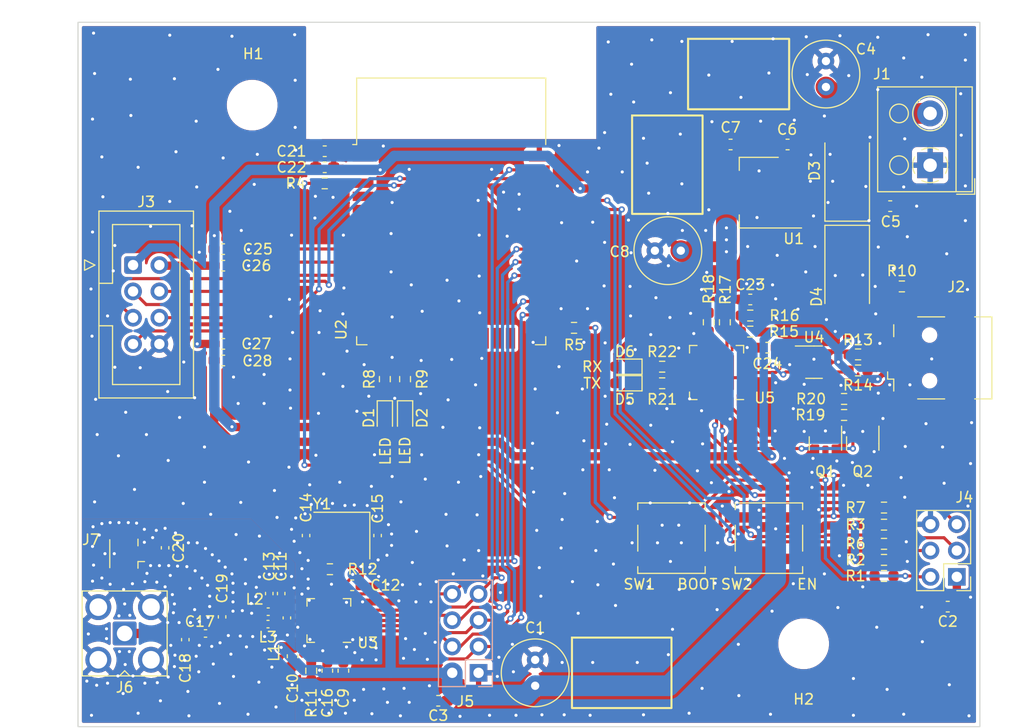
<source format=kicad_pcb>
(kicad_pcb (version 20211014) (generator pcbnew)
  (title_block (title "Moles-Integ-DTU-HW") (date "2023-09-07") (rev "0.0.1") (company "the78mole") (comment 1 "Daniel Glaser"))
  (layers (0 "F.Cu" signal) (31 "B.Cu" signal) (34 "B.Paste" user) (35 "F.Paste" user) (36 "B.SilkS" user "B.Silkscreen") (37 "F.SilkS" user "F.Silkscreen") (38 "B.Mask" user) (39 "F.Mask" user) (44 "Edge.Cuts" user))
  (net 0 "")
  (net 1 "+3V3")
  (net 2 "GND")
  (net 3 "+5V")
  (net 4 "Net-(D1-Pad1)")
  (net 5 "Net-(D2-Pad1)")
  (net 7 "Net-(J2-Pad6)")
  (net 8 "DISP_RST")
  (net 9 "DISP_DC")
  (net 10 "DISP_CS")
  (net 11 "DISP_DATA")
  (net 12 "DISP_CLOCK")
  (net 13 "ESP_IO0")
  (net 14 "ESP_EN")
  (net 15 "ESP_TX")
  (net 16 "ESP_RX")
  (net 17 "RF_CE")
  (net 18 "RF_CS")
  (net 19 "RF_SCK")
  (net 20 "RF_MOSI")
  (net 21 "RF_MISO")
  (net 22 "RF_IRQ")
  (net 23 "Net-(R4-Pad2)")
  (net 24 "Net-(R5-Pad1)")
  (net 25 "Net-(R6-Pad1)")
  (net 26 "Net-(R7-Pad1)")
  (net 27 "Net-(R8-Pad1)")
  (net 28 "Net-(R9-Pad1)")
  (net 46 "Net-(C9-Pad1)")
  (net 47 "Net-(C11-Pad1)")
  (net 48 "Net-(C14-Pad1)")
  (net 49 "Net-(C15-Pad1)")
  (net 50 "Net-(C17-Pad1)")
  (net 51 "Net-(C17-Pad2)")
  (net 52 "Net-(C19-Pad1)")
  (net 53 "Net-(L1-Pad1)")
  (net 54 "Net-(L1-Pad2)")
  (net 55 "Net-(R11-Pad1)")
  (net 56 "Net-(C4-Pad1)")
  (net 57 "+VDC")
  (net 58 "Net-(J2-Pad2)")
  (net 59 "Net-(J2-Pad3)")
  (net 60 "Net-(Q1-Pad1)")
  (net 61 "Net-(Q1-Pad2)")
  (net 62 "Net-(Q2-Pad1)")
  (net 63 "Net-(Q2-Pad2)")
  (net 64 "Net-(R13-Pad2)")
  (net 65 "Net-(R14-Pad2)")
  (net 66 "Net-(R15-Pad2)")
  (net 67 "Net-(R17-Pad2)")
  (net 83 "Net-(D5-Pad1)")
  (net 84 "Net-(D6-Pad1)")
  (net 85 "Net-(R18-Pad1)")
  (net 86 "Net-(R21-Pad1)")
  (net 87 "Net-(R22-Pad1)")
  (footprint "Resistor_SMD:R_0603_1608Metric_Pad0.98x0.95mm_HandSolder" (layer "F.Cu") (at 146.7 85.2 180)
    (fp_text reference "R21")
    (fp_text value "1K")
  )
  (footprint "TerminalBlock_RND:TerminalBlock_RND_205-00001_1x02_P5.00mm_Horizontal" (layer "F.Cu") (at 172.55 64.15 90)
    (fp_text reference "J1")
    (fp_text value "PWR")
  )
  (footprint "Resistor_SMD:R_0603_1608Metric_Pad0.98x0.95mm_HandSolder" (layer "F.Cu") (at 155.2 80.2125 180)
    (fp_text reference "R15")
    (fp_text value "22.1K")
  )
  (footprint "Resistor_SMD:R_0603_1608Metric_Pad0.98x0.95mm_HandSolder" (layer "F.Cu") (at 119.95 84.8 -90)
    (fp_text reference "R8")
    (fp_text value "1K")
  )
  (footprint "Resistor_SMD:R_0603_1608Metric_Pad0.98x0.95mm_HandSolder" (layer "F.Cu") (at 151.2 79.3125 90)
    (fp_text reference "R18")
    (fp_text value "10K")
  )
  (footprint "Capacitor_SMD:C_0603_1608Metric_Pad1.08x0.95mm_HandSolder" (layer "F.Cu") (at 155.2 77.1125)
    (fp_text reference "C23")
    (fp_text value "2u2")
  )
  (footprint "Capacitor_THT:C_Radial_D6.3mm_H11.0mm_P2.50mm" (layer "F.Cu") (at 134.45 114.4 90)
    (fp_text reference "C1")
    (fp_text value "100u/10V")
  )
  (footprint "Resistor_SMD:R_0603_1608Metric_Pad0.98x0.95mm_HandSolder" (layer "F.Cu") (at 146.7 83.6 180)
    (fp_text reference "R22")
    (fp_text value "1K")
  )
  (footprint "Diode_SMD:D_SMA-SMB_Universal_Handsoldering" (layer "F.Cu") (at 164.55 74.8 -90)
    (fp_text reference "D4")
    (fp_text value "SS14")
  )
  (footprint "Package_DFN_QFN:QFN-28-1EP_5x5mm_P0.5mm_EP3.35x3.35mm" (layer "F.Cu") (at 151.95 84.1625 180)
    (fp_text reference "U5")
    (fp_text value "CP2102N-Axx-xQFN28")
  )
  (footprint "Capacitor_SMD:C_0402_1005Metric_Pad0.74x0.62mm_HandSolder" (layer "F.Cu") (at 102.65 109.35 180)
    (fp_text reference "C17")
    (fp_text value "1p5")
  )
  (footprint "Capacitor_SMD:C_0603_1608Metric_Pad1.08x0.95mm_HandSolder" (layer "F.Cu") (at 116.8 104.7)
    (fp_text reference "C12")
    (fp_text value "1n")
  )
  (footprint "Capacitor_SMD:C_0603_1608Metric_Pad1.08x0.95mm_HandSolder" (layer "F.Cu") (at 174.25 106.7625 180)
    (fp_text reference "C2")
    (fp_text value "100n")
  )
  (footprint "Resistor_SMD:R_0603_1608Metric_Pad0.98x0.95mm_HandSolder" (layer "F.Cu") (at 121.9 84.8 -90)
    (fp_text reference "R9")
    (fp_text value "1K")
  )
  (footprint "Package_TO_SOT_SMD:SOT-23" (layer "F.Cu") (at 166.05 91.0125 -90)
    (fp_text reference "Q2")
    (fp_text value "MMSS8050-H-TP")
  )
  (footprint "the78mole:SW_SPST_B3SL-1002P" (layer "F.Cu") (at 157 100.15 180)
    (fp_text reference "SW2")
    (fp_text value "EN")
  )
  (footprint "Resistor_SMD:R_0603_1608Metric_Pad0.98x0.95mm_HandSolder" (layer "F.Cu") (at 168.1 97.2)
    (fp_text reference "R7")
    (fp_text value "220")
  )
  (footprint "Resistor_SMD:R_0603_1608Metric_Pad0.98x0.95mm_HandSolder" (layer "F.Cu") (at 114.15 65.9)
    (fp_text reference "R4")
    (fp_text value "220")
  )
  (footprint "Capacitor_SMD:C_0402_1005Metric_Pad0.74x0.62mm_HandSolder" (layer "F.Cu") (at 119.25 99.9 -90)
    (fp_text reference "C15")
    (fp_text value "22p")
  )
  (footprint "Package_TO_SOT_SMD:SOT-23-6" (layer "F.Cu") (at 161.35 83.1625)
    (fp_text reference "U4")
    (fp_text value "WE-TVS-824001")
  )
  (footprint "Capacitor_SMD:C_0402_1005Metric_Pad0.74x0.62mm_HandSolder" (layer "F.Cu") (at 109.95 105.5 90)
    (fp_text reference "C11")
    (fp_text value "2n2")
  )
  (footprint "Resistor_SMD:R_0603_1608Metric_Pad0.98x0.95mm_HandSolder" (layer "F.Cu") (at 168.1 103.8)
    (fp_text reference "R1")
    (fp_text value "10K")
  )
  (footprint "LED_SMD:LED_0603_1608Metric_Pad1.05x0.95mm_HandSolder" (layer "F.Cu") (at 143.1 83.6 180)
    (fp_text reference "D6")
    (fp_text value "RX")
  )
  (footprint "Inductor_SMD:L_0402_1005Metric_Pad0.77x0.64mm_HandSolder" (layer "F.Cu") (at 110.5 107.85 -90)
    (fp_text reference "L1")
    (fp_text value "8n2")
  )
  (footprint "Connector_Coaxial:SMA_Amphenol_901-143_Horizontal" (layer "F.Cu") (at 94.85 109.35 90)
    (fp_text reference "J6")
    (fp_text value "SMA")
  )
  (footprint "Inductor_SMD:L_0402_1005Metric_Pad0.77x0.64mm_HandSolder" (layer "F.Cu") (at 108.6775 108.45 180)
    (fp_text reference "L3")
    (fp_text value "3n9")
  )
  (footprint "Resistor_SMD:R_0603_1608Metric_Pad0.98x0.95mm_HandSolder" (layer "F.Cu") (at 168.1 100.7)
    (fp_text reference "R6")
    (fp_text value "220")
  )
  (footprint "RF_Module:ESP32-WROOM-32" (layer "F.Cu") (at 126.35 71.6)
    (fp_text reference "U2")
    (fp_text value "ESP32-WROOM-32D")
  )
  (footprint "Capacitor_SMD:C_0603_1608Metric_Pad1.08x0.95mm_HandSolder" (layer "F.Cu") (at 104.35 83)
    (fp_text reference "C28")
    (fp_text value "100n")
  )
  (footprint "Resistor_SMD:R_0603_1608Metric_Pad0.98x0.95mm_HandSolder" (layer "F.Cu") (at 168.1 98.85)
    (fp_text reference "R3")
    (fp_text value "10K")
  )
  (footprint "the78mole:USB_Mini-B_Wuerth_65100516121_Horizontal" (layer "F.Cu") (at 172.5 82.75 90)
    (fp_text reference "J2")
    (fp_text value "USB_B_Mini")
  )
  (footprint "Inductor_SMD:L_0402_1005Metric_Pad0.77x0.64mm_HandSolder" (layer "F.Cu") (at 108.7 107.25 180)
    (fp_text reference "L2")
    (fp_text value "2n7")
  )
  (footprint "Resistor_SMD:R_0603_1608Metric_Pad0.98x0.95mm_HandSolder" (layer "F.Cu") (at 169.825 75.85)
    (fp_text reference "R10")
    (fp_text value "np")
  )
  (footprint "Connector_IDC:IDC-Header_2x04_P2.54mm_Vertical" (layer "F.Cu") (at 95.66 73.79)
    (fp_text reference "J3")
    (fp_text value "DISP")
  )
  (footprint "Capacitor_SMD:C_0603_1608Metric_Pad1.08x0.95mm_HandSolder" (layer "F.Cu") (at 115.95 112.95 -90)
    (fp_text reference "C9")
    (fp_text value "100n")
  )
  (footprint "Resistor_SMD:R_0603_1608Metric_Pad0.98x0.95mm_HandSolder" (layer "F.Cu") (at 155.2 78.6625)
    (fp_text reference "R16")
    (fp_text value "47K5")
  )
  (footprint "MountingHole:MountingHole_4.3mm_M4_DIN965" (layer "F.Cu") (at 160.35 110.35)
    (fp_text reference "H2")
    (fp_text value "MountingHole")
  )
  (footprint "Crystal:Crystal_SMD_3225-4Pin_3.2x2.5mm_HandSoldering" (layer "F.Cu") (at 115.8 99.9 180)
    (fp_text reference "Y1")
    (fp_text value "16MHz")
  )
  (footprint "LED_SMD:LED_0603_1608Metric_Pad1.05x0.95mm_HandSolder" (layer "F.Cu") (at 143.1 85.2 180)
    (fp_text reference "D5")
    (fp_text value "TX")
  )
  (footprint "Resistor_SMD:R_0603_1608Metric_Pad0.98x0.95mm_HandSolder" (layer "F.Cu") (at 165.6 82.4125 180)
    (fp_text reference "R13")
    (fp_text value "10")
  )
  (footprint "Package_TO_SOT_SMD:SOT-223-3_TabPin2" (layer "F.Cu") (at 156.05 66.8 180)
    (fp_text reference "U1")
    (fp_text value "AZ1117-3.3")
  )
  (footprint "Package_TO_SOT_SMD:SOT-23" (layer "F.Cu") (at 162.45 91.0125 -90)
    (fp_text reference "Q1")
    (fp_text value "MMSS8050-H-TP")
  )
  (footprint "Connector_PinHeader_2.54mm:PinHeader_2x03_P2.54mm_Vertical" (layer "F.Cu") (at 175.125 103.8875 180)
    (fp_text reference "J4")
    (fp_text value "PROG")
  )
  (footprint "Capacitor_SMD:C_0402_1005Metric_Pad0.74x0.62mm_HandSolder" (layer "F.Cu") (at 98.75 101.0825 90)
    (fp_text reference "C20")
    (fp_text value "1p0")
  )
  (footprint "Capacitor_SMD:C_0603_1608Metric_Pad1.08x0.95mm_HandSolder" (layer "F.Cu") (at 153.3 62.15)
    (fp_text reference "C7")
    (fp_text value "100n")
  )
  (footprint "Capacitor_SMD:C_0603_1608Metric_Pad1.08x0.95mm_HandSolder" (layer "F.Cu") (at 104.3375 72.25)
    (fp_text reference "C25")
    (fp_text value "2u2")
  )
  (footprint "LED_SMD:LED_0603_1608Metric_Pad1.05x0.95mm_HandSolder" (layer "F.Cu") (at 121.9 88.55 -90)
    (fp_text reference "D2")
    (fp_text value "LED")
  )
  (footprint "Capacitor_SMD:C_0603_1608Metric_Pad1.08x0.95mm_HandSolder" (layer "F.Cu") (at 111.05 111.55 -90)
    (fp_text reference "C10")
    (fp_text value "10n")
  )
  (footprint "Resistor_SMD:R_0603_1608Metric_Pad0.98x0.95mm_HandSolder" (layer "F.Cu") (at 152.75 79.3125 -90)
    (fp_text reference "R17")
    (fp_text value "2K")
  )
  (footprint "Resistor_SMD:R_0603_1608Metric_Pad0.98x0.95mm_HandSolder" (layer "F.Cu") (at 138.2 79.85)
    (fp_text reference "R5")
    (fp_text value "220")
  )
  (footprint "Capacitor_SMD:C_0402_1005Metric_Pad0.74x0.62mm_HandSolder" (layer "F.Cu") (at 104.25 107.75 -90)
    (fp_text reference "C19")
    (fp_text value "1p5")
  )
  (footprint "Capacitor_SMD:C_0603_1608Metric_Pad1.08x0.95mm_HandSolder" (layer "F.Cu") (at 125.1 115.85 180)
    (fp_text reference "C3")
    (fp_text value "100n")
  )
  (footprint "Capacitor_SMD:C_0603_1608Metric_Pad1.08x0.95mm_HandSolder" (layer "F.Cu") (at 158.8 62.15 180)
    (fp_text reference "C6")
    (fp_text value "100n")
  )
  (footprint "Resistor_SMD:R_0603_1608Metric_Pad0.98x0.95mm_HandSolder" (layer "F.Cu") (at 164.25 88.2625 180)
    (fp_text reference "R19")
    (fp_text value "10K")
  )
  (footprint "Capacitor_SMD:C_0603_1608Metric_Pad1.08x0.95mm_HandSolder" (layer "F.Cu") (at 168.7 68.1)
    (fp_text reference "C5")
    (fp_text value "100n")
  )
  (footprint "Capacitor_SMD:C_0603_1608Metric_Pad1.08x0.95mm_HandSolder" (layer "F.Cu") (at 156.85 81.7625)
    (fp_text reference "C24")
    (fp_text value "100n")
  )
  (footprint "Capacitor_THT:C_Radial_D6.3mm_H11.0mm_P2.50mm" (layer "F.Cu") (at 162.5 56.6 90)
    (fp_text reference "C4")
    (fp_text value "100u/16V")
  )
  (footprint "Capacitor_SMD:C_0603_1608Metric_Pad1.08x0.95mm_HandSolder" (layer "F.Cu") (at 104.35 81.4)
    (fp_text reference "C27")
    (fp_text value "2u2")
  )
  (footprint "the78mole:SW_SPST_B3SL-1002P" (layer "F.Cu") (at 147.6 100.15 180)
    (fp_text reference "SW1")
    (fp_text value "BOOT")
  )
  (footprint "Package_DFN_QFN:QFN-20-1EP_4x4mm_P0.5mm_EP2.5x2.5mm" (layer "F.Cu") (at 114.55 108.1 180)
    (fp_text reference "U3")
    (fp_text value "nRF24L01P")
  )
  (footprint "Capacitor_SMD:C_0402_1005Metric_Pad0.74x0.62mm_HandSolder" (layer "F.Cu") (at 112.35 99.9 90)
    (fp_text reference "C14")
    (fp_text value "22p")
  )
  (footprint "Capacitor_THT:C_Radial_D6.3mm_H11.0mm_P2.50mm" (layer "F.Cu") (at 148.5 72.4 180)
    (fp_text reference "C8")
    (fp_text value "100u/10V")
  )
  (footprint "Capacitor_SMD:C_0603_1608Metric_Pad1.08x0.95mm_HandSolder" (layer "F.Cu") (at 114.4 112.95 -90)
    (fp_text reference "C16")
    (fp_text value "100n")
  )
  (footprint "Capacitor_SMD:C_0603_1608Metric_Pad1.08x0.95mm_HandSolder" (layer "F.Cu") (at 114.15 62.8 180)
    (fp_text reference "C21")
    (fp_text value "2u2")
  )
  (footprint "Capacitor_SMD:C_0402_1005Metric_Pad0.74x0.62mm_HandSolder" (layer "F.Cu") (at 108.8 105.5 90)
    (fp_text reference "C13")
    (fp_text value "1p0")
  )
  (footprint "MountingHole:MountingHole_4.3mm_M4_DIN965" (layer "F.Cu") (at 107.15 58.35)
    (fp_text reference "H1")
    (fp_text value "MountingHole")
  )
  (footprint "Resistor_SMD:R_0603_1608Metric_Pad0.98x0.95mm_HandSolder" (layer "F.Cu") (at 168.1 102.25)
    (fp_text reference "R2")
    (fp_text value "1M")
  )
  (footprint "Resistor_SMD:R_0603_1608Metric_Pad0.98x0.95mm_HandSolder" (layer "F.Cu") (at 164.25 86.7125)
    (fp_text reference "R20")
    (fp_text value "10K")
  )
  (footprint "Connector_Coaxial:U.FL_Hirose_U.FL-R-SMT-1_Vertical" (layer "F.Cu") (at 95.25 101.65 180)
    (fp_text reference "J7")
    (fp_text value "U.FL")
  )
  (footprint "Capacitor_SMD:C_0402_1005Metric_Pad0.74x0.62mm_HandSolder" (layer "F.Cu") (at 100.7 109.95 -90)
    (fp_text reference "C18")
    (fp_text value "1p0")
  )
  (footprint "Capacitor_SMD:C_0603_1608Metric_Pad1.08x0.95mm_HandSolder" (layer "F.Cu") (at 114.15 64.35 180)
    (fp_text reference "C22")
    (fp_text value "100n")
  )
  (footprint "Resistor_SMD:R_0603_1608Metric_Pad0.98x0.95mm_HandSolder" (layer "F.Cu") (at 165.6 83.9625 180)
    (fp_text reference "R14")
    (fp_text value "10")
  )
  (footprint "Resistor_SMD:R_0603_1608Metric_Pad0.98x0.95mm_HandSolder" (layer "F.Cu") (at 114.65 103.15)
    (fp_text reference "R12")
    (fp_text value "1M")
  )
  (footprint "Resistor_SMD:R_0603_1608Metric_Pad0.98x0.95mm_HandSolder" (layer "F.Cu") (at 112.85 112.95 -90)
    (fp_text reference "R11")
    (fp_text value "22K")
  )
  (footprint "Capacitor_SMD:C_0603_1608Metric_Pad1.08x0.95mm_HandSolder" (layer "F.Cu") (at 104.35 73.85)
    (fp_text reference "C26")
    (fp_text value "100n")
  )
  (footprint "LED_SMD:LED_0603_1608Metric_Pad1.05x0.95mm_HandSolder" (layer "F.Cu") (at 119.95 88.55 -90)
    (fp_text reference "D1")
    (fp_text value "LED")
  )
  (footprint "Diode_SMD:D_SMA-SMB_Universal_Handsoldering" (layer "F.Cu") (at 164.55 64.7 90)
    (fp_text reference "D3")
    (fp_text value "SS14")
  )
  (footprint "Connector_PinSocket_2.54mm:PinSocket_2x04_P2.54mm_Vertical" (layer "B.Cu") (at 128.99 113.15)
    (fp_text reference "J5")
    (fp_text value "RF_MOD")
  )
  (gr_rect (start 158.95 58.75) (end 149.2 51.95) (layer "F.SilkS") (width 0.2) (fill none))
  (gr_rect (start 150.6 59.35) (end 143.8 68.85) (layer "F.SilkS") (width 0.2) (fill none))
  (gr_rect (start 138 109.75) (end 147.6 116.55) (layer "F.SilkS") (width 0.2) (fill none))
  (gr_rect (start 90.35 50.35) (end 177.35 118.35) (layer "Edge.Cuts") (width 0.1) (fill none))
  (segment (start 152.9 66.8) (end 152.9 70.2) (width 2) (layer "F.Cu") (net 1))
  (segment (start 162.05 99.25) (end 157.65 99.25) (width 0.8) (layer "F.Cu") (net 1))
  (segment (start 165.225019 98.924981) (end 162.375019 98.924981) (width 0.8) (layer "F.Cu") (net 1))
  (segment (start 167.1875 98.85) (end 165.3 98.85) (width 0.8) (layer "F.Cu") (net 1))
  (segment (start 155.25 82.7) (end 155.25 82.1) (width 0.3) (layer "F.Cu") (net 1))
  (segment (start 103.4875 73.85) (end 98.26 73.85) (width 0.8) (layer "F.Cu") (net 1))
  (segment (start 119.485 64.615) (end 119.5 64.6) (width 0.5) (layer "F.Cu") (net 1))
  (segment (start 165.3 98.85) (end 165.225019 98.924981) (width 0.8) (layer "F.Cu") (net 1))
  (segment (start 142.5 66.4) (end 138.7875 66.4) (width 0.8) (layer "F.Cu") (net 1))
  (segment (start 154.4 83.1625) (end 155.0375 83.1625) (width 0.3) (layer "F.Cu") (net 1))
  (segment (start 117.85 64.615) (end 119.485 64.615) (width 0.5) (layer "F.Cu") (net 1))
  (segment (start 175.125 106.75) (end 175.1125 106.7625) (width 0.8) (layer "F.Cu") (net 1))
  (segment (start 119.95 89.425) (end 105.225 89.425) (width 0.8) (layer "F.Cu") (net 1))
  (segment (start 154.9125 81.7625) (end 154.9 81.75) (width 0.8) (layer "F.Cu") (net 1))
  (segment (start 112.15 109.1) (end 111.05 110.2) (width 0.3) (layer "F.Cu") (net 1))
  (segment (start 111.05 110.2) (end 111.05 110.6875) (width 0.3) (layer "F.Cu") (net 1))
  (segment (start 119.95 89.425) (end 121.9 89.425) (width 0.8) (layer "F.Cu") (net 1))
  (segment (start 126.45 113.15) (end 126.45 115.3625) (width 1) (layer "F.Cu") (net 1))
  (segment (start 109.9625 110.6875) (end 109.95 110.7) (width 1) (layer "F.Cu") (net 1))
  (segment (start 142.225 85.2) (end 142.225 83.6) (width 0.5) (layer "F.Cu") (net 1))
  (segment (start 167.1875 102.25) (end 167.1875 103.8) (width 0.8) (layer "F.Cu") (net 1))
  (segment (start 155.0375 83.1625) (end 155.25 82.95) (width 0.3) (layer "F.Cu") (net 1))
  (segment (start 116.85 103.85) (end 116.85 103.65) (width 0.3) (layer "F.Cu") (net 1))
  (segment (start 159.2 66.8) (end 152.9 66.8) (width 0.8) (layer "F.Cu") (net 1))
  (segment (start 152.7625 77.1125) (end 152.75 77.1) (width 0.8) (layer "F.Cu") (net 1))
  (segment (start 114.75 110.95) (end 114.75 111.3) (width 0.3) (layer "F.Cu") (net 1))
  (segment (start 112.6125 109.1) (end 112.15 109.1) (width 0.3) (layer "F.Cu") (net 1))
  (segment (start 115.75 104.7) (end 115.9375 104.7) (width 0.3) (layer "F.Cu") (net 1))
  (segment (start 154.3375 77.1125) (end 152.7625 77.1125) (width 0.8) (layer "F.Cu") (net 1))
  (segment (start 115.05 106.1625) (end 115.05 105.4) (width 0.3) (layer "F.Cu") (net 1))
  (segment (start 167.1875 104.2375) (end 167.1875 103.8) (width 0.8) (layer "F.Cu") (net 1))
  (segment (start 114.4 112.0875) (end 114.4 112.15) (width 0.3) (layer "F.Cu") (net 1))
  (segment (start 142.225 82.375) (end 147.5 77.1) (width 0.5) (layer "F.Cu") (net 1))
  (segment (start 142.225 83.6) (end 142.225 82.375) (width 0.5) (layer "F.Cu") (net 1))
  (segment (start 103.475 72.25) (end 103.475 70.975) (width 0.8) (layer "F.Cu") (net 1))
  (segment (start 115.0125 62.8) (end 115.0125 64.35) (width 0.5) (layer "F.Cu") (net 1))
  (segment (start 116.165 64.615) (end 117.85 64.615) (width 0.5) (layer "F.Cu") (net 1))
  (segment (start 155.25 82.1) (end 154.9125 81.7625) (width 0.3) (layer "F.Cu") (net 1))
  (segment (start 103.475 72.25) (end 103.475 73.8375) (width 0.8) (layer "F.Cu") (net 1))
  (segment (start 116 104.7) (end 116.85 103.85) (width 0.3) (layer "F.Cu") (net 1))
  (segment (start 167.1875 102.25) (end 165.3 102.25) (width 0.8) (layer "F.Cu") (net 1))
  (segment (start 114.4 112.15) (end 113.65 112.9) (width 0.3) (layer "F.Cu") (net 1))
  (segment (start 152.4375 62.15) (end 152.4375 66.3375) (width 0.8) (layer "F.Cu") (net 1))
  (segment (start 152.9 72.5) (end 148.6 72.5) (width 2) (layer "F.Cu") (net 1))
  (segment (start 114.55 110.75) (end 114.75 110.95) (width 0.3) (layer "F.Cu") (net 1))
  (segment (start 168.425 105.475) (end 167.1875 104.2375) (width 0.8) (layer "F.Cu") (net 1))
  (segment (start 115.9375 104.7) (end 116 104.7) (width 0.3) (layer "F.Cu") (net 1))
  (segment (start 114.6 111.8875) (end 114.4 112.0875) (width 0.3) (layer "F.Cu") (net 1))
  (segment (start 111.05 110.6875) (end 109.9625 110.6875) (width 1) (layer "F.Cu") (net 1))
  (segment (start 115.9 64.35) (end 116.165 64.615) (width 0.5) (layer "F.Cu") (net 1))
  (segment (start 152.75 77.1) (end 152.75 78.4) (width 0.8) (layer "F.Cu") (net 1))
  (segment (start 105.225 89.425) (end 105.2 89.4) (width 0.8) (layer "F.Cu") (net 1))
  (segment (start 148.5 72.4) (end 142.5 66.4) (width 0.8) (layer "F.Cu") (net 1))
  (segment (start 152.4375 66.3375) (end 152.9 66.8) (width 0.8) (layer "F.Cu") (net 1))
  (segment (start 98.26 73.85) (end 98.2 73.79) (width 0.8) (layer "F.Cu") (net 1))
  (segment (start 175.125 103.8875) (end 175.125 105.475) (width 0.8) (layer "F.Cu") (net 1))
  (segment (start 114.55 110.0375) (end 114.55 110.75) (width 0.3) (layer "F.Cu") (net 1))
  (segment (start 155.9875 81.7625) (end 154.9125 81.7625) (width 0.8) (layer "F.Cu") (net 1))
  (segment (start 114.6 111.45) (end 114.6 111.8875) (width 0.3) (layer "F.Cu") (net 1))
  (segment (start 154.4 82.6625) (end 155.2125 82.6625) (width 0.3) (layer "F.Cu") (net 1))
  (segment (start 148.6 72.5) (end 148.5 72.4) (width 2) (layer "F.Cu") (net 1))
  (segment (start 103.475 70.975) (end 103.5 70.95) (width 0.8) (layer "F.Cu") (net 1))
  (segment (start 115.0125 64.35) (end 115.9 64.35) (width 0.5) (layer "F.Cu") (net 1))
  (segment (start 114.75 111.3) (end 114.6 111.45) (width 0.3) (layer "F.Cu") (net 1))
  (segment (start 126.45 115.3625) (end 125.9625 115.85) (width 1) (layer "F.Cu") (net 1))
  (segment (start 147.5 77.1) (end 152.75 77.1) (width 0.5) (layer "F.Cu") (net 1))
  (segment (start 175.125 105.475) (end 175.125 106.75) (width 0.8) (layer "F.Cu") (net 1))
  (segment (start 103.475 73.8375) (end 103.4875 73.85) (width 0.8) (layer "F.Cu") (net 1))
  (segment (start 155.2125 82.6625) (end 155.25 82.7) (width 0.3) (layer "F.Cu") (net 1))
  (segment (start 152.9 70.2) (end 152.9 72.5) (width 2) (layer "F.Cu") (net 1))
  (segment (start 155.25 82.95) (end 155.25 82.7) (width 0.3) (layer "F.Cu") (net 1))
  (segment (start 175.125 105.475) (end 168.425 105.475) (width 0.8) (layer "F.Cu") (net 1))
  (segment (start 162.375019 98.924981) (end 162.05 99.25) (width 0.8) (layer "F.Cu") (net 1))
  (segment (start 115.05 105.4) (end 115.75 104.7) (width 0.3) (layer "F.Cu") (net 1))
  (via (at 109.95 110.7) (size 0.6) (drill 0.3) (layers "F.Cu" "B.Cu") (net 1))
  (via (at 103.5 70.95) (size 0.6) (drill 0.3) (layers "F.Cu" "B.Cu") (net 1))
  (via (at 165.3 102.25) (size 0.6) (drill 0.3) (layers "F.Cu" "B.Cu") (net 1))
  (via (at 152.9 72.5) (size 0.6) (drill 0.3) (layers "F.Cu" "B.Cu") (net 1))
  (via (at 138.8 66.4) (size 0.6) (drill 0.3) (layers "F.Cu" "B.Cu") (net 1))
  (via (at 165.3 98.85) (size 0.6) (drill 0.3) (layers "F.Cu" "B.Cu") (net 1))
  (via (at 152.9 71.35) (size 0.6) (drill 0.3) (layers "F.Cu" "B.Cu") (net 1))
  (via (at 116.85 103.65) (size 0.6) (drill 0.3) (layers "F.Cu" "B.Cu") (net 1))
  (via (at 113.65 112.9) (size 0.6) (drill 0.3) (layers "F.Cu" "B.Cu") (net 1))
  (via (at 157.65 99.25) (size 0.6) (drill 0.3) (layers "F.Cu" "B.Cu") (net 1))
  (via (at 154.9 81.75) (size 0.6) (drill 0.3) (layers "F.Cu" "B.Cu") (net 1))
  (via (at 119.5 64.6) (size 0.6) (drill 0.3) (layers "F.Cu" "B.Cu") (net 1))
  (via (at 152.75 77.1) (size 0.6) (drill 0.3) (layers "F.Cu" "B.Cu") (net 1))
  (via (at 152.9 70.2) (size 0.6) (drill 0.3) (layers "F.Cu" "B.Cu") (net 1))
  (via (at 105.2 89.4) (size 0.6) (drill 0.3) (layers "F.Cu" "B.Cu") (net 1))
  (segment (start 134.45 114.4) (end 133.55 115.3) (width 2) (layer "B.Cu") (net 1))
  (segment (start 120.85 63.25) (end 135.65 63.25) (width 1) (layer "B.Cu") (net 1))
  (segment (start 120.5 107.3) (end 116.85 103.65) (width 1) (layer "B.Cu") (net 1))
  (segment (start 106.85 64.6) (end 103.5 67.95) (width 1) (layer "B.Cu") (net 1))
  (segment (start 126.45 113.15) (end 120.5 113.15) (width 1) (layer "B.Cu") (net 1))
  (segment (start 119.5 64.6) (end 106.85 64.6) (width 1) (layer "B.Cu") (net 1))
  (segment (start 103.5 87.7) (end 105.2 89.4) (width 1) (layer "B.Cu") (net 1))
  (segment (start 152.9 72.5) (end 152.9 76.95) (width 2) (layer "B.Cu") (net 1))
  (segment (start 126.45 114.709022) (end 126.45 113.15) (width 2) (layer "B.Cu") (net 1))
  (segment (start 157.65 99.25) (end 157.65 104.1) (width 2) (layer "B.Cu") (net 1))
  (segment (start 154.9 81.75) (end 154.9 92.125) (width 2) (layer "B.Cu") (net 1))
  (segment (start 152.9 70.2) (end 152.9 71.35) (width 2) (layer "B.Cu") (net 1))
  (segment (start 127.040978 115.3) (end 126.45 114.709022) (width 2) (layer "B.Cu") (net 1))
  (segment (start 152.75 77.1) (end 152.75 79.6) (width 2) (layer "B.Cu") (net 1))
  (segment (start 135.65 63.25) (end 138.8 66.4) (width 1) (layer "B.Cu") (net 1))
  (segment (start 113.9 113.15) (end 113.65 112.9) (width 1) (layer "B.Cu") (net 1))
  (segment (start 103.5 70.95) (end 103.5 87.7) (width 1) (layer "B.Cu") (net 1))
  (segment (start 152.9 71.35) (end 152.9 72.5) (width 2) (layer "B.Cu") (net 1))
  (segment (start 165.3 98.85) (end 165.3 102.25) (width 0.8) (layer "B.Cu") (net 1))
  (segment (start 112.15 112.9) (end 113.65 112.9) (width 1) (layer "B.Cu") (net 1))
  (segment (start 152.9 76.95) (end 152.75 77.1) (width 2) (layer "B.Cu") (net 1))
  (segment (start 133.55 115.3) (end 127.040978 115.3) (width 2) (layer "B.Cu") (net 1))
  (segment (start 120.5 113.15) (end 113.9 113.15) (width 1) (layer "B.Cu") (net 1))
  (segment (start 103.5 67.95) (end 103.5 70.95) (width 1) (layer "B.Cu") (net 1))
  (segment (start 120.5 113.15) (end 120.5 107.3) (width 1) (layer "B.Cu") (net 1))
  (segment (start 109.95 110.7) (end 112.15 112.9) (width 1) (layer "B.Cu") (net 1))
  (segment (start 119.5 64.6) (end 120.85 63.25) (width 1) (layer "B.Cu") (net 1))
  (segment (start 152.75 79.6) (end 154.9 81.75) (width 2) (layer "B.Cu") (net 1))
  (segment (start 147.35 114.4) (end 134.45 114.4) (width 2) (layer "B.Cu") (net 1))
  (segment (start 157.65 104.1) (end 147.35 114.4) (width 2) (layer "B.Cu") (net 1))
  (segment (start 154.9 92.125) (end 157.65 94.875) (width 2) (layer "B.Cu") (net 1))
  (segment (start 157.65 94.875) (end 157.65 99.25) (width 2) (layer "B.Cu") (net 1))
  (segment (start 117.6625 104.7) (end 117.6625 102.8875) (width 0.3) (layer "F.Cu") (net 2))
  (segment (start 120.635 78.815) (end 120.65 78.8) (width 0.5) (layer "F.Cu") (net 2))
  (segment (start 161.053828 83.1625) (end 161.339917 82.876411) (width 0.3) (layer "F.Cu") (net 2))
  (segment (start 119.25 100.4675) (end 117.8325 100.4675) (width 0.3) (layer "F.Cu") (net 2))
  (segment (start 114.05 110.929776) (end 113.959435 111.020341) (width 0.3) (layer "F.Cu") (net 2))
  (segment (start 114.05 110.0375) (end 114.05 110.929776) (width 0.3) (layer "F.Cu") (net 2))
  (segment (start 120.635 80.855) (end 120.635 78.815) (width 0.5) (layer "F.Cu") (net 2))
  (segment (start 117.6625 101.4625) (end 117.25 101.05) (width 0.3) (layer "F.Cu") (net 2))
  (segment (start 160.2125 83.1625) (end 159.2375 83.1625) (width 0.3) (layer "F.Cu") (net 2))
  (segment (start 152.45 84.6625) (end 151.95 84.1625) (width 0.3) (layer "F.Cu") (net 2))
  (segment (start 155.4625 84.6625) (end 156 85.2) (width 0.3) (layer "F.Cu") (net 2))
  (segment (start 111.7 108.6) (end 111.55 108.75) (width 0.3) (layer "F.Cu") (net 2))
  (segment (start 159.2375 83.1625) (end 159 83.4) (width 0.3) (layer "F.Cu") (net 2))
  (segment (start 117.8325 100.4675) (end 117.25 101.05) (width 0.3) (layer "F.Cu") (net 2))
  (segment (start 154.4 84.6625) (end 152.45 84.6625) (width 0.3) (layer "F.Cu") (net 2))
  (segment (start 115.55 110.0375) (end 115.55 110.3) (width 0.3) (layer "F.Cu") (net 2))
  (segment (start 160.2125 83.1625) (end 161.053828 83.1625) (width 0.3) (layer "F.Cu") (net 2))
  (segment (start 114.55 104.85) (end 114.8 104.6) (width 0.3) (layer "F.Cu") (net 2))
  (segment (start 115.55 110.3) (end 115.9 110.65) (width 0.3) (layer "F.Cu") (net 2))
  (segment (start 112.35 99.3325) (end 113.7675 99.3325) (width 0.3) (layer "F.Cu") (net 2))
  (segment (start 156 85.2) (end 156 85.55) (width 0.3) (layer "F.Cu") (net 2))
  (segment (start 113.7675 99.3325) (end 114.35 98.75) (width 0.3) (layer "F.Cu") (net 2))
  (segment (start 154.4 84.6625) (end 155.4625 84.6625) (width 0.3) (layer "F.Cu") (net 2))
  (segment (start 115.9 110.65) (end 116.25 110.65) (width 0.3) (layer "F.Cu") (net 2))
  (segment (start 112.6125 108.6) (end 111.7 108.6) (width 0.3) (layer "F.Cu") (net 2))
  (segment (start 114.55 106.1625) (end 114.55 104.85) (width 0.3) (layer "F.Cu") (net 2))
  (segment (start 117.6625 102.8875) (end 117.6625 101.4625) (width 0.3) (layer "F.Cu") (net 2))
  (via (at 118.65 95.15) (size 0.6) (drill 0.3) (layers "F.Cu" "B.Cu") (net 2))
  (via (at 132.35 113.05) (size 0.6) (drill 0.3) (layers "F.Cu" "B.Cu") (net 2))
  (via (at 112.65 106.15) (size 0.6) (drill 0.3) (layers "F.Cu" "B.Cu") (net 2))
  (via (at 165.15 117.25) (size 0.6) (drill 0.3) (layers "F.Cu" "B.Cu") (net 2))
  (via (at 91.75 70.6) (size 0.6) (drill 0.3) (layers "F.Cu" "B.Cu") (net 2))
  (via (at 134.85 103) (size 0.6) (drill 0.3) (layers "F.Cu" "B.Cu") (net 2))
  (via (at 176.15 76.15) (size 0.6) (drill 0.3) (layers "F.Cu" "B.Cu") (net 2))
  (via (at 159.35 104.55) (size 0.6) (drill 0.3) (layers "F.Cu" "B.Cu") (net 2))
  (via (at 91.75 59.7) (size 0.6) (drill 0.3) (layers "F.Cu" "B.Cu") (net 2))
  (via (at 93.9 83.65) (size 0.6) (drill 0.3) (layers "F.Cu" "B.Cu") (net 2))
  (via (at 141.15 61) (size 0.6) (drill 0.3) (layers "F.Cu" "B.Cu") (net 2))
  (via (at 119.85 114.7) (size 0.6) (drill 0.3) (layers "F.Cu" "B.Cu") (net 2))
  (via (at 167.25 75.85) (size 0.6) (drill 0.3) (layers "F.Cu" "B.Cu") (net 2))
  (via (at 149.3 117.05) (size 0.6) (drill 0.3) (layers "F.Cu" "B.Cu") (net 2))
  (via (at 129 101.35) (size 0.6) (drill 0.3) (layers "F.Cu" "B.Cu") (net 2))
  (via (at 123.35 104.6) (size 0.6) (drill 0.3) (layers "F.Cu" "B.Cu") (net 2))
  (via (at 129.05 70.9) (size 0.6) (drill 0.3) (layers "F.Cu" "B.Cu") (net 2))
  (via (at 98.75 99.2) (size 0.6) (drill 0.3) (layers "F.Cu" "B.Cu") (net 2))
  (via (at 132.9 68.4) (size 0.6) (drill 0.3) (layers "F.Cu" "B.Cu") (net 2))
  (via (at 92.65 98.75) (size 0.6) (drill 0.3) (layers "F.Cu" "B.Cu") (net 2))
  (via (at 171.75 55.65) (size 0.6) (drill 0.3) (layers "F.Cu" "B.Cu") (net 2))
  (via (at 121.65 104.65) (size 0.6) (drill 0.3) (layers "F.Cu" "B.Cu") (net 2))
  (via (at 157.65 77.05) (size 0.6) (drill 0.3) (layers "F.Cu" "B.Cu") (net 2))
  (via (at 150.1 93.65) (size 0.6) (drill 0.3) (layers "F.Cu" "B.Cu") (net 2))
  (via (at 117.9 114.75) (size 0.6) (drill 0.3) (layers "F.Cu" "B.Cu") (net 2))
  (via (at 118.95 92.1) (size 0.6) (drill 0.3) (layers "F.Cu" "B.Cu") (net 2))
  (via (at 134.45 85.75) (size 0.6) (drill 0.3) (layers "F.Cu" "B.Cu") (net 2))
  (via (at 108.3 84.35) (size 0.6) (drill 0.3) (layers "F.Cu" "B.Cu") (net 2))
  (via (at 99.8 62.85) (size 0.6) (drill 0.3) (layers "F.Cu" "B.Cu") (net 2))
  (via (at 109.8 101.6) (size 0.6) (drill 0.3) (layers "F.Cu" "B.Cu") (net 2))
  (via (at 107.55 104.9) (size 0.6) (drill 0.3) (layers "F.Cu" "B.Cu") (net 2))
  (via (at 91.95 55.3) (size 0.6) (drill 0.3) (layers "F.Cu" "B.Cu") (net 2))
  (via (at 129.3 82.8) (size 0.6) (drill 0.3) (layers "F.Cu" "B.Cu") (net 2))
  (via (at 137.05 98.35) (size 0.6) (drill 0.3) (layers "F.Cu" "B.Cu") (net 2))
  (via (at 141.1 75.8) (size 0.6) (drill 0.3) (layers "F.Cu" "B.Cu") (net 2))
  (via (at 126.4 82.9) (size 0.6) (drill 0.3) (layers "F.Cu" "B.Cu") (net 2))
  (via (at 150.9 70.45) (size 0.6) (drill 0.3) (layers "F.Cu" "B.Cu") (net 2))
  (via (at 116.1 97) (size 0.6) (drill 0.3) (layers "F.Cu" "B.Cu") (net 2))
  (via (at 120.65 94.2) (size 0.6) (drill 0.3) (layers "F.Cu" "B.Cu") (net 2))
  (via (at 110.95 70.9) (size 0.6) (drill 0.3) (layers "F.Cu" "B.Cu") (net 2))
  (via (at 99.05 113.55) (size 0.6) (drill 0.3) (layers "F.Cu" "B.Cu") (net 2))
  (via (at 101.35 70) (size 0.6) (drill 0.3) (layers "F.Cu" "B.Cu") (net 2))
  (via (at 98.3 115.85) (size 0.6) (drill 0.3) (layers "F.Cu" "B.Cu") (net 2))
  (via (at 151.2 68.45) (size 0.6) (drill 0.3) (layers "F.Cu" "B.Cu") (net 2))
  (via (at 106.6 110.65) (size 0.6) (drill 0.3) (layers "F.Cu" "B.Cu") (net 2))
  (via (at 144.1 81.95) (size 0.6) (drill 0.3) (layers "F.Cu" "B.Cu") (net 2))
  (via (at 129 92.1) (size 0.6) (drill 0.3) (layers "F.Cu" "B.Cu") (net 2))
  (via (at 162.35 103.6) (size 0.6) (drill 0.3) (layers "F.Cu" "B.Cu") (net 2))
  (via (at 150.55 114.65) (size 0.6) (drill 0.3) (layers "F.Cu" "B.Cu") (net 2))
  (via (at 155.95 75.6) (size 0.6) (drill 0.3) (layers "F.Cu" "B.Cu") (net 2))
  (via (at 167.5 56.85) (size 0.6) (drill 0.3) (layers "F.Cu" "B.Cu") (net 2))
  (via (at 122.5 75.7) (size 0.6) (drill 0.3) (layers "F.Cu" "B.Cu") (net 2))
  (via (at 93.75 74.35) (size 0.6) (drill 0.3) (layers "F.Cu" "B.Cu") (net 2))
  (via (at 128.95 67.55) (size 0.6) (drill 0.3) (layers "F.Cu" "B.Cu") (net 2))
  (via (at 91.35 109.4) (size 0.6) (drill 0.3) (layers "F.Cu" "B.Cu") (net 2))
  (via (at 125.95 100.9) (size 0.6) (drill 0.3) (layers "F.Cu" "B.Cu") (net 2))
  (via (at 106.5 102.2) (size 0.6) (drill 0.3) (layers "F.Cu" "B.Cu") (net 2))
  (via (at 141.25 91.05) (size 0.6) (drill 0.3) (layers "F.Cu" "B.Cu") (net 2))
  (via (at 156.2 59.9) (size 0.6) (drill 0.3) (layers "F.Cu" "B.Cu") (net 2))
  (via (at 160.55 74.45) (size 0.6) (drill 0.3) (layers "F.Cu" "B.Cu") (net 2))
  (via (at 105.2 103.6) (size 0.6) (drill 0.3) (layers "F.Cu" "B.Cu") (net 2))
  (via (at 118.4 86.45) (size 0.6) (drill 0.3) (layers "F.Cu" "B.Cu") (net 2))
  (via (at 140 69.65) (size 0.6) (drill 0.3) (layers "F.Cu" "B.Cu") (net 2))
  (via (at 106.05 96.7) (size 0.6) (drill 0.3) (layers "F.Cu" "B.Cu") (net 2))
  (via (at 130.05 117.25) (size 0.6) (drill 0.3) (layers "F.Cu" "B.Cu") (net 2))
  (via (at 120.6 100.85) (size 0.6) (drill 0.3) (layers "F.Cu" "B.Cu") (net 2))
  (via (at 92.2 90.15) (size 0.6) (drill 0.3) (layers "F.Cu" "B.Cu") (net 2))
  (via (at 156.05 64.7) (size 0.6) (drill 0.3) (layers "F.Cu" "B.Cu") (net 2))
  (via (at 154.3 57.6) (size 0.6) (drill 0.3) (layers "F.Cu" "B.Cu") (net 2))
  (via (at 99.25 103.75) (size 0.6) (drill 0.3) (layers "F.Cu" "B.Cu") (net 2))
  (via (at 109.4 109.55) (size 0.6) (drill 0.3) (layers "F.Cu" "B.Cu") (net 2))
  (via (at 95.6 104.55) (size 0.6) (drill 0.3) (layers "F.Cu" "B.Cu") (net 2))
  (via (at 141.5 52.25) (size 0.6) (drill 0.3) (layers "F.Cu" "B.Cu") (net 2))
  (via (at 113.25 67.15) (size 0.6) (drill 0.3) (layers "F.Cu" "B.Cu") (net 2))
  (via (at 120.15 101.8) (size 0.6) (drill 0.3) (layers "F.Cu" "B.Cu") (net 2))
  (via (at 101.85 100.6) (size 0.6) (drill 0.3) (layers "F.Cu" "B.Cu") (net 2))
  (via (at 127.2 117.35) (size 0.6) (drill 0.3) (layers "F.Cu" "B.Cu") (net 2))
  (via (at 162.9 63.1) (size 0.6) (drill 0.3) (layers "F.Cu" "B.Cu") (net 2))
  (via (at 100.85 102.9) (size 0.6) (drill 0.3) (layers "F.Cu" "B.Cu") (net 2))
  (via (at 146.1 76.943831) (size 0.6) (drill 0.3) (layers "F.Cu" "B.Cu") (net 2))
  (via (at 139.05 93.55) (size 0.6) (drill 0.3) (layers "F.Cu" "B.Cu") (net 2))
  (via (at 126.05 86.8) (size 0.6) (drill 0.3) (layers "F.Cu" "B.Cu") (net 2))
  (via (at 161.15 93.8) (size 0.6) (drill 0.3) (layers "F.Cu" "B.Cu") (net 2))
  (via (at 96.35 83.7) (size 0.6) (drill 0.3) (layers "F.Cu" "B.Cu") (net 2))
  (via (at 161.25 92.45) (size 0.6) (drill 0.3) (layers "F.Cu" "B.Cu") (net 2))
  (via (at 105.3 104.5) (size 0.6) (drill 0.3) (layers "F.Cu" "B.Cu") (net 2))
  (via (at 93.1 109.85) (size 0.6) (drill 0.3) (layers "F.Cu" "B.Cu") (net 2))
  (via (at 141.2 81.3) (size 0.6) (drill 0.3) (layers "F.Cu" "B.Cu") (net 2))
  (via (at 119.3 102.25) (size 0.6) (drill 0.3) (layers "F.Cu" "B.Cu") (net 2))
  (via (at 131.4 66.75) (size 0.6) (drill 0.3) (layers "F.Cu" "B.Cu") (net 2))
  (via (at 143.95 58.05) (size 0.6) (drill 0.3) (layers "F.Cu" "B.Cu") (net 2))
  (via (at 168 88.6) (size 0.6) (drill 0.3) (layers "F.Cu" "B.Cu") (net 2))
  (via (at 160.4 85.3) (size 0.6) (drill 0.3) (layers "F.Cu" "B.Cu") (net 2))
  (via (at 94.95 88) (size 0.6) (drill 0.3) (layers "F.Cu" "B.Cu") (net 2))
  (via (at 164.25 89.95) (size 0.6) (drill 0.3) (layers "F.Cu" "B.Cu") (net 2))
  (via (at 140.6 62.5) (size 0.6) (drill 0.3) (layers "F.Cu" "B.Cu") (net 2))
  (via (at 104 116.1) (size 0.6) (drill 0.3) (layers "F.Cu" "B.Cu") (net 2))
  (via (at 162.35 59.4) (size 0.6) (drill 0.3) (layers "F.Cu" "B.Cu") (net 2))
  (via (at 145.25 63.95) (size 0.6) (drill 0.3) (layers "F.Cu" "B.Cu") (net 2))
  (via (at 109.95 103.65) (size 0.6) (drill 0.3) (layers "F.Cu" "B.Cu") (net 2))
  (via (at 103.95 102.35) (size 0.6) (drill 0.3) (layers "F.Cu" "B.Cu") (net 2))
  (via (at 114.55 117.05) (size 0.6) (drill 0.3) (layers "F.Cu" "B.Cu") (net 2))
  (via (at 148.55 100.6) (size 0.6) (drill 0.3) (layers "F.Cu" "B.Cu") (net 2))
  (via (at 144.9 61.55) (size 0.6) (drill 0.3) (layers "F.Cu" "B.Cu") (net 2))
  (via (at 94.35 111.1) (size 0.6) (drill 0.3) (layers "F.Cu" "B.Cu") (net 2))
  (via (at 166.55 95.05) (size 0.6) (drill 0.3) (layers "F.Cu" "B.Cu") (net 2))
  (via (at 147.7 90.85) (size 0.6) (drill 0.3) (layers "F.Cu" "B.Cu") (net 2))
  (via (at 154.1 115.35) (size 0.6) (drill 0.3) (layers "F.Cu" "B.Cu") (net 2))
  (via (at 123.85 109.35) (size 0.6) (drill 0.3) (layers "F.Cu" "B.Cu") (net 2))
  (via (at 114.95 67.25) (size 0.6) (drill 0.3) (layers "F.Cu" "B.Cu") (net 2))
  (via (at 108.8 103.65) (size 0.6) (drill 0.3) (layers "F.Cu" "B.Cu") (net 2))
  (via (at 137.25 117.2) (size 0.6) (drill 0.3) (layers "F.Cu" "B.Cu") (net 2))
  (via (at 92.65 63.35) (size 0.6) (drill 0.3) (layers "F.Cu" "B.Cu") (net 2))
  (via (at 122.6 102.5) (size 0.6) (drill 0.3) (layers "F.Cu" "B.Cu") (net 2))
  (via (at 111.2 104.95) (size 0.6) (drill 0.3) (layers "F.Cu" "B.Cu") (net 2))
  (via (at 159.8 78.05) (size 0.6) (drill 0.3) (layers "F.Cu" "B.Cu") (net 2))
  (via (at 128.7 85.35) (size 0.6) (drill 0.3) (layers "F.Cu" "B.Cu") (net 2))
  (via (at 98 114.1) (size 0.6) (drill 0.3) (layers "F.Cu" "B.Cu") (net 2))
  (via (at 123.5 92.1) (size 0.6) (drill 0.3) (layers "F.Cu" "B.Cu") (net 2))
  (via (at 96.75 100.55) (size 0.6) (drill 0.3) (layers "F.Cu" "B.Cu") (net 2))
  (via (at 103.4 112.3) (size 0.6) (drill 0.3) (layers "F.Cu" "B.Cu") (net 2))
  (via (at 163.55 92.7) (size 0.6) (drill 0.3) (layers "F.Cu" "B.Cu") (net 2))
  (via (at 168.4 114.75) (size 0.6) (drill 0.3) (layers "F.Cu" "B.Cu") (net 2))
  (via (at 140.5 104.65) (size 0.6) (drill 0.3) (layers "F.Cu" "B.Cu") (net 2))
  (via (at 113.2 69.25) (size 0.6) (drill 0.3) (layers "F.Cu" "B.Cu") (net 2))
  (via (at 175.55 61.25) (size 0.6) (drill 0.3) (layers "F.Cu" "B.Cu") (net 2))
  (via (at 129.4 103.8) (size 0.6) (drill 0.3) (layers "F.Cu" "B.Cu") (net 2))
  (via (at 102 113.05) (size 0.6) (drill 0.3) (layers "F.Cu" "B.Cu") (net 2))
  (via (at 123.4 86.2) (size 0.6) (drill 0.3) (layers "F.Cu" "B.Cu") (net 2))
  (via (at 172.35 51.55) (size 0.6) (drill 0.3) (layers "F.Cu" "B.Cu") (net 2))
  (via (at 99.7 111.45) (size 0.6) (drill 0.3) (layers "F.Cu" "B.Cu") (net 2))
  (via (at 166.05 74.75) (size 0.6) (drill 0.3) (layers "F.Cu" "B.Cu") (net 2))
  (via (at 105.3 107.2) (size 0.6) (drill 0.3) (layers "F.Cu" "B.Cu") (net 2))
  (via (at 158.5 92.45) (size 0.6) (drill 0.3) (layers "F.Cu" "B.Cu") (net 2))
  (via (at 139.75 117.25) (size 0.6) (drill 0.3) (layers "F.Cu" "B.Cu") (net 2))
  (via (at 167.55 72.05) (size 0.6) (drill 0.3) (layers "F.Cu" "B.Cu") (net 2))
  (via (at 150.6 91.05) (size 0.6) (drill 0.3) (layers "F.Cu" "B.Cu") (net 2))
  (via (at 138.45 73.4) (size 0.6) (drill 0.3) (layers "F.Cu" "B.Cu") (net 2))
  (via (at 94.75 105.1) (size 0.6) (drill 0.3) (layers "F.Cu" "B.Cu") (net 2))
  (via (at 94.9 112.35) (size 0.6) (drill 0.3) (layers "F.Cu" "B.Cu") (net 2))
  (via (at 94.3 98.65) (size 0.6) (drill 0.3) (layers "F.Cu" "B.Cu") (net 2))
  (via (at 125.95 75.25) (size 0.6) (drill 0.3) (layers "F.Cu" "B.Cu") (net 2))
  (via (at 101.6 107.05) (size 0.6) (drill 0.3) (layers "F.Cu" "B.Cu") (net 2))
  (via (at 106.8 73.85) (size 0.6) (drill 0.3) (layers "F.Cu" "B.Cu") (net 2))
  (via (at 120.55 74.45) (size 0.6) (drill 0.3) (layers "F.Cu" "B.Cu") (net 2))
  (via (at 156 99.1) (size 0.6) (drill 0.3) (layers "F.Cu" "B.Cu") (net 2))
  (via (at 111.05 80.3) (size 0.6) (drill 0.3) (layers "F.Cu" "B.Cu") (net 2))
  (via (at 127.6 102.25) (size 0.6) (drill 0.3) (layers "F.Cu" "B.Cu") (net 2))
  (via (at 115.6 94.75) (size 0.6) (drill 0.3) (layers "F.Cu" "B.Cu") (net 2))
  (via (at 148.6 65.95) (size 0.6) (drill 0.3) (layers "F.Cu" "B.Cu") (net 2))
  (via (at 132.9 66.95) (size 0.6) (drill 0.3) (layers "F.Cu" "B.Cu") (net 2))
  (via (at 159 83.4) (size 0.6) (drill 0.3) (layers "F.Cu" "B.Cu") (net 2))
  (via (at 157.35 75.7) (size 0.6) (drill 0.3) (layers "F.Cu" "B.Cu") (net 2))
  (via (at 93.9 71.9) (size 0.6) (drill 0.3) (layers "F.Cu" "B.Cu") (net 2))
  (via (at 163.8 101.85) (size 0.6) (drill 0.3) (layers "F.Cu" "B.Cu") (net 2))
  (via (at 139.15 81.25) (size 0.6) (drill 0.3) (layers "F.Cu" "B.Cu") (net 2))
  (via (at 124.8 110.2) (size 0.6) (drill 0.3) (layers "F.Cu" "B.Cu") (net 2))
  (via (at 93.2 78.7) (size 0.6) (drill 0.3) (layers "F.Cu" "B.Cu") (net 2))
  (via (at 110.8 66.1) (size 0.6) (drill 0.3) (layers "F.Cu" "B.Cu") (net 2))
  (via (at 121.3 106.2) (size 0.6) (drill 0.3) (layers "F.Cu" "B.Cu") (net 2))
  (via (at 108.35 110.95) (size 0.6) (drill 0.3) (layers "F.Cu" "B.Cu") (net 2))
  (via (at 170 66.25) (size 0.6) (drill 0.3) (layers "F.Cu" "B.Cu") (net 2))
  (via (at 112.2 110.55) (size 0.6) (drill 0.3) (layers "F.Cu" "B.Cu") (net 2))
  (via (at 158.95 93.85) (size 0.6) (drill 0.3) (layers "F.Cu" "B.Cu") (net 2))
  (via (at 111.2 100.45) (size 0.6) (drill 0.3) (layers "F.Cu" "B.Cu") (net 2))
  (via (at 113.9 96.8) (size 0.6) (drill 0.3) (layers "F.Cu" "B.Cu") (net 2))
  (via (at 171.75 106.8) (size 0.6) (drill 0.3) (layers "F.Cu" "B.Cu") (net 2))
  (via (at 105.3 105.4) (size 0.6) (drill 0.3) (layers "F.Cu" "B.Cu") (net 2))
  (via (at 176.45 92.95) (size 0.6) (drill 0.3) (layers "F.Cu" "B.Cu") (net 2))
  (via (at 124.25 114.4) (size 0.6) (drill 0.3) (layers "F.Cu" "B.Cu") (net 2))
  (via (at 165.15 113.7) (size 0.6) (drill 0.3) (layers "F.Cu" "B.Cu") (net 2))
  (via (at 114.05 84.3) (size 0.6) (drill 0.3) (layers "F.Cu" "B.Cu") (net 2))
  (via (at 159.45 59.8) (size 0.6) (drill 0.3) (layers "F.Cu" "B.Cu") (net 2))
  (via (at 96.8 104.35) (size 0.6) (drill 0.3) (layers "F.Cu" "B.Cu") (net 2))
  (via (at 107.85 103.9) (size 0.6) (drill 0.3) (layers "F.Cu" "B.Cu") (net 2))
  (via (at 121.45 117.3) (size 0.6) (drill 0.3) (layers "F.Cu" "B.Cu") (net 2))
  (via (at 102.05 108.2) (size 0.6) (drill 0.3) (layers "F.Cu" "B.Cu") (net 2))
  (via (at 127.1 77.25) (size 0.6) (drill 0.3) (layers "F.Cu" "B.Cu") (net 2))
  (via (at 111.95 105.55) (size 0.6) (drill 0.3) (layers "F.Cu" "B.Cu") (net 2))
  (via (at 136.95 78) (size 0.6) (drill 0.3) (layers "F.Cu" "B.Cu") (net 2))
  (via (at 117.95 83.4) (size 0.6) (drill 0.3) (layers "F.Cu" "B.Cu") (net 2))
  (via (at 168.65 85.35) (size 0.6) (drill 0.3) (layers "F.Cu" "B.Cu") (net 2))
  (via (at 110.7 93.3) (size 0.6) (drill 0.3) (layers "F.Cu" "B.Cu") (net 2))
  (via (at 148.3 98.9) (size 0.6) (drill 0.3) (layers "F.Cu" "B.Cu") (net 2))
  (via (at 146.7 98.9) (size 0.6) (drill 0.3) (layers "F.Cu" "B.Cu") (net 2))
  (via (at 106.9 81.4) (size 0.6) (drill 0.3) (layers "F.Cu" "B.Cu") (net 2))
  (via (at 92.75 67.2) (size 0.6) (drill 0.3) (layers "F.Cu" "B.Cu") (net 2))
  (via (at 136.95 101.1) (size 0.6) (drill 0.3) (layers "F.Cu" "B.Cu") (net 2))
  (via (at 101.8 66.25) (size 0.6) (drill 0.3) (layers "F.Cu" "B.Cu") (net 2))
  (via (at 139.5 78) (size 0.6) (drill 0.3) (layers "F.Cu" "B.Cu") (net 2))
  (via (at 155.85 69.2) (size 0.6) (drill 0.3) (layers "F.Cu" "B.Cu") (net 2))
  (via (at 99.1 102.8) (size 0.6) (drill 0.3) (layers "F.Cu" "B.Cu") (net 2))
  (via (at 153.3 90.8) (size 0.6) (drill 0.3) (layers "F.Cu" "B.Cu") (net 2))
  (via (at 113.959435 111.020341) (size 0.6) (drill 0.3) (layers "F.Cu" "B.Cu") (net 2))
  (via (at 92.65 104) (size 0.6) (drill 0.3) (layers "F.Cu" "B.Cu") (net 2))
  (via (at 94.85 106.5) (size 0.6) (drill 0.3) (layers "F.Cu" "B.Cu") (net 2))
  (via (at 128.85 97.9) (size 0.6) (drill 0.3) (layers "F.Cu" "B.Cu") (net 2))
  (via (at 176.3 117.3) (size 0.6) (drill 0.3) (layers "F.Cu" "B.Cu") (net 2))
  (via (at 147.15 87.65) (size 0.6) (drill 0.3) (layers "F.Cu" "B.Cu") (net 2))
  (via (at 167.55 86.15) (size 0.6) (drill 0.3) (layers "F.Cu" "B.Cu") (net 2))
  (via (at 173.75 91.35) (size 0.6) (drill 0.3) (layers "F.Cu" "B.Cu") (net 2))
  (via (at 175.95 66.15) (size 0.6) (drill 0.3) (layers "F.Cu" "B.Cu") (net 2))
  (via (at 129.1 89.5) (size 0.6) (drill 0.3) (layers "F.Cu" "B.Cu") (net 2))
  (via (at 117 115.8) (size 0.6) (drill 0.3) (layers "F.Cu" "B.Cu") (net 2))
  (via (at 166.05 89.85) (size 0.6) (drill 0.3) (layers "F.Cu" "B.Cu") (net 2))
  (via (at 114.8 104.6) (size 0.6) (drill 0.3) (layers "F.Cu" "B.Cu") (net 2))
  (via (at 101.15 105) (size 0.6) (drill 0.3) (layers "F.Cu" "B.Cu") (net 2))
  (via (at 170.1 96.2) (size 0.6) (drill 0.3) (layers "F.Cu" "B.Cu") (net 2))
  (via (at 160.6 51.75) (size 0.6) (drill 0.3) (layers "F.Cu" "B.Cu") (net 2))
  (via (at 162.7 67.75) (size 0.6) (drill 0.3) (layers "F.Cu" "B.Cu") (net 2))
  (via (at 129.05 74.85) (size 0.6) (drill 0.3) (layers "F.Cu" "B.Cu") (net 2))
  (via (at 103.85 54.9) (size 0.6) (drill 0.3) (layers "F.Cu" "B.Cu") (net 2))
  (via (at 154.05 110.4) (size 0.6) (drill 0.3) (layers "F.Cu" "B.Cu") (net 2))
  (via (at 156.05 97.45) (size 0.6) (drill 0.3) (layers "F.Cu" "B.Cu") (net 2))
  (via (at 91.8 99.05) (size 0.6) (drill 0.3) (layers "F.Cu" "B.Cu") (net 2))
  (via (at 109.55 98.15) (size 0.6) (drill 0.3) (layers "F.Cu" "B.Cu") (net 2))
  (via (at 126.55 103.6) (size 0.6) (drill 0.3) (layers "F.Cu" "B.Cu") (net 2))
  (via (at 149.443389 78.4495) (size 0.6) (drill 0.3) (layers "F.Cu" "B.Cu") (net 2))
  (via (at 111.75 101.55) (size 0.6) (drill 0.3) (layers "F.Cu" "B.Cu") (net 2))
  (via (at 102.55 94.75) (size 0.6) (drill 0.3) (layers "F.Cu" "B.Cu") (net 2))
  (via (at 119.1 110.75) (size 0.6) (drill 0.3) (layers "F.Cu" "B.Cu") (net 2))
  (via (at 110.8 85.85) (size 0.6) (drill 0.3) (layers "F.Cu" "B.Cu") (net 2))
  (via (at 117 96.95) (size 0.6) (drill 0.3) (layers "F.Cu" "B.Cu") (net 2))
  (via (at 118.7 117.1) (size 0.6) (drill 0.3) (layers "F.Cu" "B.Cu") (net 2))
  (via (at 157.4 51.95) (size 0.6) (drill 0.3) (layers "F.Cu" "B.Cu") (net 2))
  (via (at 101.65 103.3) (size 0.6) (drill 0.3) (layers "F.Cu" "B.Cu") (net 2))
  (via (at 161.15 95.25) (size 0.6) (drill 0.3) (layers "F.Cu" "B.Cu") (net 2))
  (via (at 102.55 91.35) (size 0.6) (drill 0.3) (layers "F.Cu" "B.Cu") (net 2))
  (via (at 123.85 94.45) (size 0.6) (drill 0.3) (layers "F.Cu" "B.Cu") (net 2))
  (via (at 131.75 71) (size 0.6) (drill 0.3) (layers "F.Cu" "B.Cu") (net 2))
  (via (at 147.5 57.15) (size 0.6) (drill 0.3) (layers "F.Cu" "B.Cu") (net 2))
  (via (at 100.65 111.95) (size 0.6) (drill 0.3) (layers "F.Cu" "B.Cu") (net 2))
  (via (at 94.25 92.2) (size 0.6) (drill 0.3) (layers "F.Cu" "B.Cu") (net 2))
  (via (at 117.75 111.9) (size 0.6) (drill 0.3) (layers "F.Cu" "B.Cu") (net 2))
  (via (at 160.7 55.4) (size 0.6) (drill 0.3) (layers "F.Cu" "B.Cu") (net 2))
  (via (at 108.95 78.75) (size 0.6) (drill 0.3) (layers "F.Cu" "B.Cu") (net 2))
  (via (at 100.5 96.8) (size 0.6) (drill 0.3) (layers "F.Cu" "B.Cu") (net 2))
  (via (at 95.2 98.65) (size 0.6) (drill 0.3) (layers "F.Cu" "B.Cu") (net 2))
  (via (at 118.5 102.95) (size 0.6) (drill 0.3) (layers "F.Cu" "B.Cu") (net 2))
  (via (at 139 85.75) (size 0.6) (drill 0.3) (layers "F.Cu" "B.Cu") (net 2))
  (via (at 99 86) (size 0.6) (drill 0.3) (layers "F.Cu" "B.Cu") (net 2))
  (via (at 138.6 107.4) (size 0.6) (drill 0.3) (layers "F.Cu" "B.Cu") (net 2))
  (via (at 172.7 82.85) (size 0.6) (drill 0.3) (layers "F.Cu" "B.Cu") (net 2))
  (via (at 120.55 70.75) (size 0.6) (drill 0.3) (layers "F.Cu" "B.Cu") (net 2))
  (via (at 102.05 110.5) (size 0.6) (drill 0.3) (layers "F.Cu" "B.Cu") (net 2))
  (via (at 115.95 70.9) (size 0.6) (drill 0.3) (layers "F.Cu" "B.Cu") (net 2))
  (via (at 100.55 83.15) (size 0.6) (drill 0.3) (layers "F.Cu" "B.Cu") (net 2))
  (via (at 139.15 90.75) (size 0.6) (drill 0.3) (layers "F.Cu" "B.Cu") (net 2))
  (via (at 103.25 110.6) (size 0.6) (drill 0.3) (layers "F.Cu" "B.Cu") (net 2))
  (via (at 147.45 78.85) (size 0.6) (drill 0.3) (layers "F.Cu" "B.Cu") (net 2))
  (via (at 112.85 96.9) (size 0.6) (drill 0.3) (layers "F.Cu" "B.Cu") (net 2))
  (via (at 148.65 70.45) (size 0.6) (drill 0.3) (layers "F.Cu" "B.Cu") (net 2))
  (via (at 134.95 109.35) (size 0.6) (drill 0.3) (layers "F.Cu" "B.Cu") (net 2))
  (via (at 110.8 82.85) (size 0.6) (drill 0.3) (layers "F.Cu" "B.Cu") (net 2))
  (via (at 93.45 98.65) (size 0.6) (drill 0.3) (layers "F.Cu" "B.Cu") (net 2))
  (via (at 147.3 111.4) (size 0.6) (drill 0.3) (layers "F.Cu" "B.Cu") (net 2))
  (via (at 174.15 72.7) (size 0.6) (drill 0.3) (layers "F.Cu" "B.Cu") (net 2))
  (via (at 91.2 113.95) (size 0.6) (drill 0.3) (layers "F.Cu" "B.Cu") (net 2))
  (via (at 96.15 64.35) (size 0.6) (drill 0.3) (layers "F.Cu" "B.Cu") (net 2))
  (via (at 170.35 102.4) (size 0.6) (drill 0.3) (layers "F.Cu" "B.Cu") (net 2))
  (via (at 111.3 60.5) (size 0.6) (drill 0.3) (layers "F.Cu" "B.Cu") (net 2))
  (via (at 141.35 89.15) (size 0.6) (drill 0.3) (layers "F.Cu" "B.Cu") (net 2))
  (via (at 149.35 86.7) (size 0.6) (drill 0.3) (layers "F.Cu" "B.Cu") (net 2))
  (via (at 141.6 93.55) (size 0.6) (drill 0.3) (layers "F.Cu" "B.Cu") (net 2))
  (via (at 163.4 80.2) (size 0.6) (drill 0.3) (layers "F.Cu" "B.Cu") (net 2))
  (via (at 101.75 111.55) (size 0.6) (drill 0.3) (layers "F.Cu" "B.Cu") (net 2))
  (via (at 105.35 84.6) (size 0.6) (drill 0.3) (layers "F.Cu" "B.Cu") (net 2))
  (via (at 109.05 112.6) (size 0.6) (drill 0.3) (layers "F.Cu" "B.Cu") (net 2))
  (via (at 91.85 51.4) (size 0.6) (drill 0.3) (layers "F.Cu" "B.Cu") (net 2))
  (via (at 142.2 106.65) (size 0.6) (drill 0.3) (layers "F.Cu" "B.Cu") (net 2))
  (via (at 143.650989 78.7) (size 0.6) (drill 0.3) (layers "F.Cu" "B.Cu") (net 2))
  (via (at 159.35 87.65) (size 0.6) (drill 0.3) (layers "F.Cu" "B.Cu") (net 2))
  (via (at 117.05 111.2) (size 0.6) (drill 0.3) (layers "F.Cu" "B.Cu") (net 2))
  (via (at 106.8 72.3) (size 0.6) (drill 0.3) (layers "F.Cu" "B.Cu") (net 2))
  (via (at 113.55 88.1) (size 0.6) (drill 0.3) (layers "F.Cu" "B.Cu") (net 2))
  (via (at 145.7 52.05) (size 0.6) (drill 0.3) (layers "F.Cu" "B.Cu") (net 2))
  (via (at 106.75 117.15) (size 0.6) (drill 0.3) (layers "F.Cu" "B.Cu") (net 2))
  (via (at 112.7 95) (size 0.6) (drill 0.3) (layers "F.Cu" "B.Cu") (net 2))
  (via (at 167.15 91.8) (size 0.6) (drill 0.3) (layers "F.Cu" "B.Cu") (net 2))
  (via (at 106.8 92.8) (size 0.6) (drill 0.3) (layers "F.Cu" "B.Cu") (net 2))
  (via (at 147.5 102.4) (size 0.6) (drill 0.3) (layers "F.Cu" "B.Cu") (net 2))
  (via (at 130.8 113.5) (size 0.6) (drill 0.3) (layers "F.Cu" "B.Cu") (net 2))
  (via (at 99.95 100.6) (size 0.6) (drill 0.3) (layers "F.Cu" "B.Cu") (net 2))
  (via (at 99 108.3) (size 0.6) (drill 0.3) (layers "F.Cu" "B.Cu") (net 2))
  (via (at 157 55.25) (size 0.6) (drill 0.3) (layers "F.Cu" "B.Cu") (net 2))
  (via (at 94.7 115.15) (size 0.6) (drill 0.3) (layers "F.Cu" "B.Cu") (net 2))
  (via (at 111 114.3) (size 0.6) (drill 0.3) (layers "F.Cu" "B.Cu") (net 2))
  (via (at 110.95 99.3) (size 0.6) (drill 0.3) (layers "F.Cu" "B.Cu") (net 2))
  (via (at 147.7 108.95) (size 0.6) (drill 0.3) (layers "F.Cu" "B.Cu") (net 2))
  (via (at 135 105.75) (size 0.6) (drill 0.3) (layers "F.Cu" "B.Cu") (net 2))
  (via (at 91.85 102.75) (size 0.6) (drill 0.3) (layers "F.Cu" "B.Cu") (net 2))
  (via (at 118.6 109.95) (size 0.6) (drill 0.3) (layers "F.Cu" "B.Cu") (net 2))
  (via (at 145.45 104.85) (size 0.6) (drill 0.3) (layers "F.Cu" "B.Cu") (net 2))
  (via (at 167.5 51.8) (size 0.6) (drill 0.3) (layers "F.Cu" "B.Cu") (net 2))
  (via (at 136.75 83.6) (size 0.6) (drill 0.3) (layers "F.Cu" "B.Cu") (net 2))
  (via (at 125.55 89.45) (size 0.6) (drill 0.3) (layers "F.Cu" "B.Cu") (net 2))
  (via (at 170.25 100.5) (size 0.6) (drill 0.3) (layers "F.Cu" "B.Cu") (net 2))
  (via (at 147.25 68.8) (size 0.6) (drill 0.3) (layers "F.Cu" "B.Cu") (net 2))
  (via (at 137.3 95.85) (size 0.6) (drill 0.3) (layers "F.Cu" "B.Cu") (net 2))
  (via (at 107.5 105.8) (size 0.6) (drill 0.3) (layers "F.Cu" "B.Cu") (net 2))
  (via (at 119.1 98.05) (size 0.6) (drill 0.3) (layers "F.Cu" "B.Cu") (net 2))
  (via (at 161.3 69.05) (size 0.6) (drill 0.3) (layers "F.Cu" "B.Cu") (net 2))
  (via (at 103.15 97.85) (size 0.6) (drill 0.3) (layers "F.Cu" "B.Cu") (net 2))
  (via (at 107.2 109.65) (size 0.6) (drill 0.3) (layers "F.Cu" "B.Cu") (net 2))
  (via (at 169.75 94.3) (size 0.6) (drill 0.3) (layers "F.Cu" "B.Cu") (net 2))
  (via (at 170.15 91.3) (size 0.6) (drill 0.3) (layers "F.Cu" "B.Cu") (net 2))
  (via (at 171.25 68.1) (size 0.6) (drill 0.3) (layers "F.Cu" "B.Cu") (net 2))
  (via (at 116.3 82.1) (size 0.6) (drill 0.3) (layers "F.Cu" "B.Cu") (net 2))
  (via (at 143.7 72.6) (size 0.6) (drill 0.3) (layers "F.Cu" "B.Cu") (net 2))
  (via (at 96.75 99.3) (size 0.6) (drill 0.3) (layers "F.Cu" "B.Cu") (net 2))
  (via (at 115.2 115.8) (size 0.6) (drill 0.3) (layers "F.Cu" "B.Cu") (net 2))
  (via (at 110.75 77.1) (size 0.6) (drill 0.3) (layers "F.Cu" "B.Cu") (net 2))
  (via (at 141.75 57.3) (size 0.6) (drill 0.3) (layers "F.Cu" "B.Cu") (net 2))
  (via (at 106.95 82.95) (size 0.6) (drill 0.3) (layers "F.Cu" "B.Cu") (net 2))
  (via (at 105 68.6) (size 0.6) (drill 0.3) (layers "F.Cu" "B.Cu") (net 2))
  (via (at 171.8 110.15) (size 0.6) (drill 0.3) (layers "F.Cu" "B.Cu") (net 2))
  (via (at 166.75 61.45) (size 0.6) (drill 0.3) (layers "F.Cu" "B.Cu") (net 2))
  (via (at 91.7 80.65) (size 0.6) (drill 0.3) (layers "F.Cu" "B.Cu") (net 2))
  (via (at 173.9 94.85) (size 0.6) (drill 0.3) (layers "F.Cu" "B.Cu") (net 2))
  (via (at 176.55 89) (size 0.6) (drill 0.3) (layers "F.Cu" "B.Cu") (net 2))
  (via (at 98.2 102.8) (size 0.6) (drill 0.3) (layers "F.Cu" "B.Cu") (net 2))
  (via (at 104.35 63.45) (size 0.6) (drill 0.3) (layers "F.Cu" "B.Cu") (net 2))
  (via (at 120.2 116) (size 0.6) (drill 0.3) (layers "F.Cu" "B.Cu") (net 2))
  (via (at 152 107.05) (size 0.6) (drill 0.3) (layers "F.Cu" "B.Cu") (net 2))
  (via (at 104.85 109.55) (size 0.6) (drill 0.3) (layers "F.Cu" "B.Cu") (net 2))
  (via (at 176.2 97.05) (size 0.6) (drill 0.3) (layers "F.Cu" "B.Cu") (net 2))
  (via (at 105.2 51.7) (size 0.6) (drill 0.3) (layers "F.Cu" "B.Cu") (net 2))
  (via (at 157.8 72.85) (size 0.6) (drill 0.3) (layers "F.Cu" "B.Cu") (net 2))
  (via (at 91.65 117.25) (size 0.6) (drill 0.3) (layers "F.Cu" "B.Cu") (net 2))
  (via (at 145.55 96.75) (size 0.6) (drill 0.3) (layers "F.Cu" "B.Cu") (net 2))
  (via (at 161 65.7) (size 0.6) (drill 0.3) (layers "F.Cu" "B.Cu") (net 2))
  (via (at 163.15 65.7) (size 0.6) (drill 0.3) (layers "F.Cu" "B.Cu") (net 2))
  (via (at 167.3 78.5) (size 0.6) (drill 0.3) (layers "F.Cu" "B.Cu") (net 2))
  (via (at 120.65 82.7) (size 0.6) (drill 0.3) (layers "F.Cu" "B.Cu") (net 2))
  (via (at 150.5 87.85) (size 0.6) (drill 0.3) (layers "F.Cu" "B.Cu") (net 2))
  (via (at 95.65 113.45) (size 0.6) (drill 0.3) (layers "F.Cu" "B.Cu") (net 2))
  (via (at 138.05 104.35) (size 0.6) (drill 0.3) (layers "F.Cu" "B.Cu") (net 2))
  (via (at 107.1 107.4) (size 0.6) (drill 0.3) (layers "F.Cu" "B.Cu") (net 2))
  (via (at 157.15 117.15) (size 0.6) (drill 0.3) (layers "F.Cu" "B.Cu") (net 2))
  (via (at 137.05 112.15) (size 0.6) (drill 0.3) (layers "F.Cu" "B.Cu") (net 2))
  (via (at 95.8 95.45) (size 0.6) (drill 0.3) (layers "F.Cu" "B.Cu") (net 2))
  (via (at 142 102.65) (size 0.6) (drill 0.3) (layers "F.Cu" "B.Cu") (net 2))
  (via (at 151.45 94.8) (size 0.6) (drill 0.3) (layers "F.Cu" "B.Cu") (net 2))
  (via (at 157.3 107.2) (size 0.6) (drill 0.3) (layers "F.Cu" "B.Cu") (net 2))
  (via (at 97.55 100.1) (size 0.6) (drill 0.3) (layers "F.Cu" "B.Cu") (net 2))
  (via (at 161.05 63.15) (size 0.6) (drill 0.3) (layers "F.Cu" "B.Cu") (net 2))
  (via (at 120.65 67.75) (size 0.6) (drill 0.3) (layers "F.Cu" "B.Cu") (net 2))
  (via (at 112.725 109.925) (size 0.6) (drill 0.3) (layers "F.Cu" "B.Cu") (net 2))
  (via (at 95.45 59.35) (size 0.6) (drill 0.3) (layers "F.Cu" "B.Cu") (net 2))
  (via (at 151 74.5) (size 0.6) (drill 0.3) (layers "F.Cu" "B.Cu") (net 2))
  (via (at 102.85 104.7) (size 0.6) (drill 0.3) (layers "F.Cu" "B.Cu") (net 2))
  (via (at 111.35 98.2) (size 0.6) (drill 0.3) (layers "F.Cu" "B.Cu") (net 2))
  (via (at 163.95 85.4) (size 0.6) (drill 0.3) (layers "F.Cu" "B.Cu") (net 2))
  (via (at 148.6 52.2) (size 0.6) (drill 0.3) (layers "F.Cu" "B.Cu") (net 2))
  (via (at 120.3 98.85) (size 0.6) (drill 0.3) (layers "F.Cu" "B.Cu") (net 2))
  (via (at 101.05 117.3) (size 0.6) (drill 0.3) (layers "F.Cu" "B.Cu") (net 2))
  (via (at 154.05 93.5) (size 0.6) (drill 0.3) (layers "F.Cu" "B.Cu") (net 2))
  (via (at 161.45 72) (size 0.6) (drill 0.3) (layers "F.Cu" "B.Cu") (net 2))
  (via (at 161.339917 82.876411) (size 0.6) (drill 0.3) (layers "F.Cu" "B.Cu") (net 2))
  (via (at 137 69.7) (size 0.6) (drill 0.3) (layers "F.Cu" "B.Cu") (net 2))
  (via (at 134.25 81.25) (size 0.6) (drill 0.3) (layers "F.Cu" "B.Cu") (net 2))
  (via (at 175.5 57.25) (size 0.6) (drill 0.3) (layers "F.Cu" "B.Cu") (net 2))
  (via (at 111.35 62.7) (size 0.6) (drill 0.3) (layers "F.Cu" "B.Cu") (net 2))
  (via (at 113.65 115.75) (size 0.6) (drill 0.3) (layers "F.Cu" "B.Cu") (net 2))
  (via (at 154.95 72) (size 0.6) (drill 0.3) (layers "F.Cu" "B.Cu") (net 2))
  (via (at 153.15 95.6505) (size 0.6) (drill 0.3) (layers "F.Cu" "B.Cu") (net 2))
  (via (at 111.55 108.75) (size 0.6) (drill 0.3) (layers "F.Cu" "B.Cu") (net 2))
  (via (at 116.25 110.65) (size 0.6) (drill 0.3) (layers "F.Cu" "B.Cu") (net 2))
  (via (at 99.05 92.65) (size 0.6) (drill 0.3) (layers "F.Cu" "B.Cu") (net 2))
  (via (at 121.75 111.75) (size 0.6) (drill 0.3) (layers "F.Cu" "B.Cu") (net 2))
  (via (at 170.35 71.05) (size 0.6) (drill 0.3) (layers "F.Cu" "B.Cu") (net 2))
  (via (at 174.4 114.3) (size 0.6) (drill 0.3) (layers "F.Cu" "B.Cu") (net 2))
  (via (at 111.3 55.95) (size 0.6) (drill 0.3) (layers "F.Cu" "B.Cu") (net 2))
  (via (at 122.3 116) (size 0.6) (drill 0.3) (layers "F.Cu" "B.Cu") (net 2))
  (via (at 102.65 101.15) (size 0.6) (drill 0.3) (layers "F.Cu" "B.Cu") (net 2))
  (via (at 140.3 101.35) (size 0.6) (drill 0.3) (layers "F.Cu" "B.Cu") (net 2))
  (via (at 113.7 78.2) (size 0.6) (drill 0.3) (layers "F.Cu" "B.Cu") (net 2))
  (via (at 157.6 89.8) (size 0.6) (drill 0.3) (layers "F.Cu" "B.Cu") (net 2))
  (via (at 160.4 89.85) (size 0.6) (drill 0.3) (layers "F.Cu" "B.Cu") (net 2))
  (via (at 134.15 93.4) (size 0.6) (drill 0.3) (layers "F.Cu" "B.Cu") (net 2))
  (via (at 108.35 109.65) (size 0.6) (drill 0.3) (layers "F.Cu" "B.Cu") (net 2))
  (via (at 140.45 98.55) (size 0.6) (drill 0.3) (layers "F.Cu" "B.Cu") (net 2))
  (via (at 96 98.7) (size 0.6) (drill 0.3) (layers "F.Cu" "B.Cu") (net 2))
  (via (at 111.25 51.55) (size 0.6) (drill 0.3) (layers "F.Cu" "B.Cu") (net 2))
  (via (at 163.65 106.85) (size 0.6) (drill 0.3) (layers "F.Cu" "B.Cu") (net 2))
  (via (at 107.8 114.05) (size 0.6) (drill 0.3) (layers "F.Cu" "B.Cu") (net 2))
  (via (at 113.6 80.3) (size 0.6) (drill 0.3) (layers "F.Cu" "B.Cu") (net 2))
  (via (at 106.2 107.15) (size 0.6) (drill 0.3) (layers "F.Cu" "B.Cu") (net 2))
  (via (at 117.25 87.9) (size 0.6) (drill 0.3) (layers "F.Cu" "B.Cu") (net 2))
  (via (at 170 117.15) (size 0.6) (drill 0.3) (layers "F.Cu" "B.Cu") (net 2))
  (via (at 99.75 99.65) (size 0.6) (drill 0.3) (layers "F.Cu" "B.Cu") (net 2))
  (via (at 113.3 92.15) (size 0.6) (drill 0.3) (layers "F.Cu" "B.Cu") (net 2))
  (via (at 135.1 117.2) (size 0.6) (drill 0.3) (layers "F.Cu" "B.Cu") (net 2))
  (via (at 141.2 86.45) (size 0.6) (drill 0.3) (layers "F.Cu" "B.Cu") (net 2))
  (via (at 117.8 106.3) (size 0.6) (drill 0.3) (layers "F.Cu" "B.Cu") (net 2))
  (via (at 150.5 76.15) (size 0.6) (drill 0.3) (layers "F.Cu" "B.Cu") (net 2))
  (via (at 142.85 64.8) (size 0.6) (drill 0.3) (layers "F.Cu" "B.Cu") (net 2))
  (via (at 109.3 95.55) (size 0.6) (drill 0.3) (layers "F.Cu" "B.Cu") (net 2))
  (via (at 97.35 102.8) (size 0.6) (drill 0.3) (layers "F.Cu" "B.Cu") (net 2))
  (via (at 102.9 107.8) (size 0.6) (drill 0.3) (layers "F.Cu" "B.Cu") (net 2))
  (via (at 93.1 108.9) (size 0.6) (drill 0.3) (layers "F.Cu" "B.Cu") (net 2))
  (via (at 148.3 81.8) (size 0.6) (drill 0.3) (layers "F.Cu" "B.Cu") (net 2))
  (via (at 97 103.55) (size 0.6) (drill 0.3) (layers "F.Cu" "B.Cu") (net 2))
  (via (at 99.3 110.5) (size 0.6) (drill 0.3) (layers "F.Cu" "B.Cu") (net 2))
  (via (at 105.35 113.5) (size 0.6) (drill 0.3) (layers "F.Cu" "B.Cu") (net 2))
  (via (at 165.7 81.2) (size 0.6) (drill 0.3) (layers "F.Cu" "B.Cu") (net 2))
  (via (at 100.1 108.3) (size 0.6) (drill 0.3) (layers "F.Cu" "B.Cu") (net 2))
  (via (at 99.95 102.85) (size 0.6) (drill 0.3) (layers "F.Cu" "B.Cu") (net 2))
  (via (at 96.15 117.05) (size 0.6) (drill 0.3) (layers "F.Cu" "B.Cu") (net 2))
  (via (at 129.1 78.4) (size 0.6) (drill 0.3) (layers "F.Cu" "B.Cu") (net 2))
  (via (at 164.7 55.5) (size 0.6) (drill 0.3) (layers "F.Cu" "B.Cu") (net 2))
  (via (at 105.6 99.8) (size 0.6) (drill 0.3) (layers "F.Cu" "B.Cu") (net 2))
  (via (at 143.600989 75.85) (size 0.6) (drill 0.3) (layers "F.Cu" "B.Cu") (net 2))
  (via (at 96.8 114.15) (size 0.6) (drill 0.3) (layers "F.Cu" "B.Cu") (net 2))
  (via (at 103.3 101.75) (size 0.6) (drill 0.3) (layers "F.Cu" "B.Cu") (net 2))
  (via (at 157.65 85.15) (size 0.6) (drill 0.3) (layers "F.Cu" "B.Cu") (net 2))
  (via (at 99.2 67.65) (size 0.6) (drill 0.3) (layers "F.Cu" "B.Cu") (net 2))
  (via (at 110.95 103.85) (size 0.6) (drill 0.3) (layers "F.Cu" "B.Cu") (net 2))
  (via (at 104.55 102.95) (size 0.6) (drill 0.3) (layers "F.Cu" "B.Cu") (net 2))
  (via (at 122.95 106.3) (size 0.6) (drill 0.3) (layers "F.Cu" "B.Cu") (net 2))
  (via (at 132.25 110.4) (size 0.6) (drill 0.3) (layers "F.Cu" "B.Cu") (net 2))
  (via (at 167.7 81.35) (size 0.6) (drill 0.3) (layers "F.Cu" "B.Cu") (net 2))
  (via (at 122.3 64.55) (size 0.6) (drill 0.3) (layers "F.Cu" "B.Cu") (net 2))
  (via (at 120.25 104.6) (size 0.6) (drill 0.3) (layers "F.Cu" "B.Cu") (net 2))
  (via (at 115.9 85.5) (size 0.6) (drill 0.3) (layers "F.Cu" "B.Cu") (net 2))
  (via (at 115.9 78.5) (size 0.6) (drill 0.3) (layers "F.Cu" "B.Cu") (net 2))
  (via (at 95.35 107.6) (size 0.6) (drill 0.3) (layers "F.Cu" "B.Cu") (net 2))
  (via (at 151.5 59.95) (size 0.6) (drill 0.3) (layers "F.Cu" "B.Cu") (net 2))
  (via (at 92.4 99.85) (size 0.6) (drill 0.3) (layers "F.Cu" "B.Cu") (net 2))
  (via (at 140 112.15) (size 0.6) (drill 0.3) (layers "F.Cu" "B.Cu") (net 2))
  (via (at 106.1 70.45) (size 0.6) (drill 0.3) (layers "F.Cu" "B.Cu") (net 2))
  (via (at 141.15 71.6) (size 0.6) (drill 0.3) (layers "F.Cu" "B.Cu") (net 2))
  (via (at 152.05 100.6) (size 0.6) (drill 0.3) (layers "F.Cu" "B.Cu") (net 2))
  (via (at 136.6 88.05) (size 0.6) (drill 0.3) (layers "F.Cu" "B.Cu") (net 2))
  (via (at 94.2 113.45) (size 0.6) (drill 0.3) (layers "F.Cu" "B.Cu") (net 2))
  (via (at 98.75 104.85) (size 0.6) (drill 0.3) (layers "F.Cu" "B.Cu") (net 2))
  (via (at 117.7 109.95) (size 0.6) (drill 0.3) (layers "F.Cu" "B.Cu") (net 2))
  (via (at 112.55 104.1) (size 0.6) (drill 0.3) (layers "F.Cu" "B.Cu") (net 2))
  (via (at 116 76) (size 0.6) (drill 0.3) (layers "F.Cu" "B.Cu") (net 2))
  (via (at 125.85 97.85) (size 0.6) (drill 0.3) (layers "F.Cu" "B.Cu") (net 2))
  (via (at 162.55 79.05) (size 0.6) (drill 0.3) (layers "F.Cu" "B.Cu") (net 2))
  (via (at 118.25 97) (size 0.6) (drill 0.3) (layers "F.Cu" "B.Cu") (net 2))
  (via (at 112.55 105) (size 0.6) (drill 0.3) (layers "F.Cu" "B.Cu") (net 2))
  (via (at 99.2 51.6) (size 0.6) (drill 0.3) (layers "F.Cu" "B.Cu") (net 2))
  (via (at 123.45 83) (size 0.6) (drill 0.3) (layers "F.Cu" "B.Cu") (net 2))
  (via (at 155 104.15) (size 0.6) (drill 0.3) (layers "F.Cu" "B.Cu") (net 2))
  (via (at 107.35 66) (size 0.6) (drill 0.3) (layers "F.Cu" "B.Cu") (net 2))
  (via (at 170.6 85.35) (size 0.6) (drill 0.3) (layers "F.Cu" "B.Cu") (net 2))
  (via (at 175.95 51.55) (size 0.6) (drill 0.3) (layers "F.Cu" "B.Cu") (net 2))
  (via (at 143.75 54.4) (size 0.6) (drill 0.3) (layers "F.Cu" "B.Cu") (net 2))
  (via (at 92.05 86.75) (size 0.6) (drill 0.3) (layers "F.Cu" "B.Cu") (net 2))
  (via (at 144.9 117.2) (size 0.6) (drill 0.3) (layers "F.Cu" "B.Cu") (net 2))
  (via (at 96.95 90.15) (size 0.6) (drill 0.3) (layers "F.Cu" "B.Cu") (net 2))
  (via (at 105.8 87.15) (size 0.6) (drill 0.3) (layers "F.Cu" "B.Cu") (net 2))
  (via (at 143.6 91.1) (size 0.6) (drill 0.3) (layers "F.Cu" "B.Cu") (net 2))
  (via (at 136.6 66.15) (size 0.6) (drill 0.3) (layers "F.Cu" "B.Cu") (net 2))
  (via (at 99.55 107.35) (size 0.6) (drill 0.3) (layers "F.Cu" "B.Cu") (net 2))
  (via (at 122.8 110.9) (size 0.6) (drill 0.3) (layers "F.Cu" "B.Cu") (net 2))
  (via (at 101.6 86.6) (size 0.6) (drill 0.3) (layers "F.Cu" "B.Cu") (net 2))
  (via (at 151.2 55.45) (size 0.6) (drill 0.3) (layers "F.Cu" "B.Cu") (net 2))
  (via (at 105.1 111.35) (size 0.6) (drill 0.3) (layers "F.Cu" "B.Cu") (net 2))
  (via (at 119.1 111.9) (size 0.6) (drill 0.3) (layers "F.Cu" "B.Cu") (net 2))
  (via (at 132.6 117.25) (size 0.6) (drill 0.3) (layers "F.Cu" "B.Cu") (net 2))
  (via (at 153.45 52.2) (size 0.6) (drill 0.3) (layers "F.Cu" "B.Cu") (net 2))
  (via (at 106 109.6) (size 0.6) (drill 0.3) (layers "F.Cu" "B.Cu") (net 2))
  (via (at 157.7 78.9) (size 0.6) (drill 0.3) (layers "F.Cu" "B.Cu") (net 2))
  (via (at 111.95 115.8) (size 0.6) (drill 0.3) (layers "F.Cu" "B.Cu") (net 2))
  (via (at 93.45 104.6) (size 0.6) (drill 0.3) (layers "F.Cu" "B.Cu") (net 2))
  (via (at 149.35 96.75) (size 0.6) (drill 0.3) (layers "F.Cu" "B.Cu") (net 2))
  (via (at 120.9 86.65) (size 0.6) (drill 0.3) (layers "F.Cu" "B.Cu") (net 2))
  (via (at 166.65 69.5) (size 0.6) (drill 0.3) (layers "F.Cu" "B.Cu") (net 2))
  (via (at 154.85 75.6) (size 0.6) (drill 0.3) (layers "F.Cu" "B.Cu") (net 2))
  (via (at 112.25 97.8) (size 0.6) (drill 0.3) (layers "F.Cu" "B.Cu") (net 2))
  (via (at 99.65 55.8) (size 0.6) (drill 0.3) (layers "F.Cu" "B.Cu") (net 2))
  (via (at 142.1 96.25) (size 0.6) (drill 0.3) (layers "F.Cu" "B.Cu") (net 2))
  (via (at 121.95 109.85) (size 0.6) (drill 0.3) (layers "F.Cu" "B.Cu") (net 2))
  (via (at 139.5 64.8) (size 0.6) (drill 0.3) (layers "F.Cu" "B.Cu") (net 2))
  (via (at 114.9 96.8) (size 0.6) (drill 0.3) (layers "F.Cu" "B.Cu") (net 2))
  (via (at 111.95 103.1) (size 0.6) (drill 0.3) (layers "F.Cu" "B.Cu") (net 2))
  (via (at 167.4 108.75) (size 0.6) (drill 0.3) (layers "F.Cu" "B.Cu") (net 2))
  (via (at 163.4 74.8) (size 0.6) (drill 0.3) (layers "F.Cu" "B.Cu") (net 2))
  (via (at 99.65 106.5) (size 0.6) (drill 0.3) (layers "F.Cu" "B.Cu") (net 2))
  (via (at 95.3 111.1) (size 0.6) (drill 0.3) (layers "F.Cu" "B.Cu") (net 2))
  (via (at 112.85 117.05) (size 0.6) (drill 0.3) (layers "F.Cu" "B.Cu") (net 2))
  (via (at 146 93.6) (size 0.6) (drill 0.3) (layers "F.Cu" "B.Cu") (net 2))
  (via (at 153.25 88.65) (size 0.6) (drill 0.3) (layers "F.Cu" "B.Cu") (net 2))
  (via (at 116.15 117.05) (size 0.6) (drill 0.3) (layers "F.Cu" "B.Cu") (net 2))
  (via (at 121.8 114.65) (size 0.6) (drill 0.3) (layers "F.Cu" "B.Cu") (net 2))
  (via (at 110.85 87.6) (size 0.6) (drill 0.3) (layers "F.Cu" "B.Cu") (net 2))
  (via (at 92.15 114.35) (size 0.6) (drill 0.3) (layers "F.Cu" "B.Cu") (net 2))
  (via (at 154.05 99.75) (size 0.6) (drill 0.3) (layers "F.Cu" "B.Cu") (net 2))
  (via (at 95.4 55.85) (size 0.6) (drill 0.3) (layers "F.Cu" "B.Cu") (net 2))
  (via (at 134.2 91) (size 0.6) (drill 0.3) (layers "F.Cu" "B.Cu") (net 2))
  (via (at 130.25 64.55) (size 0.6) (drill 0.3) (layers "F.Cu" "B.Cu") (net 2))
  (via (at 104.05 110.25) (size 0.6) (drill 0.3) (layers "F.Cu" "B.Cu") (net 2))
  (via (at 110.55 109.5) (size 0.6) (drill 0.3) (layers "F.Cu" "B.Cu") (net 2))
  (via (at 97.35 70.05) (size 0.6) (drill 0.3) (layers "F.Cu" "B.Cu") (net 2))
  (via (at 97.95 104.4) (size 0.6) (drill 0.3) (layers "F.Cu" "B.Cu") (net 2))
  (via (at 109.45 116.45) (size 0.6) (drill 0.3) (layers "F.Cu" "B.Cu") (net 2))
  (via (at 100.95 114.95) (size 0.6) (drill 0.3) (layers "F.Cu" "B.Cu") (net 2))
  (via (at 117.6625 102.8875) (size 0.6) (drill 0.3) (layers "F.Cu" "B.Cu") (net 2))
  (via (at 170.1 61.6) (size 0.6) (drill 0.3) (layers "F.Cu" "B.Cu") (net 2))
  (via (at 152.5 97.05) (size 0.6) (drill 0.3) (layers "F.Cu" "B.Cu") (net 2))
  (via (at 148.45 61.15) (size 0.6) (drill 0.3) (layers "F.Cu" "B.Cu") (net 2))
  (via (at 101 100.6) (size 0.6) (drill 0.3) (layers "F.Cu" "B.Cu") (net 2))
  (via (at 162.45 89.8) (size 0.6) (drill 0.3) (layers "F.Cu" "B.Cu") (net 2))
  (via (at 107.05 106.45) (size 0.6) (drill 0.3) (layers "F.Cu" "B.Cu") (net 2))
  (via (at 136.75 62.25) (size 0.6) (drill 0.3) (layers "F.Cu" "B.Cu") (net 2))
  (via (at 176.45 105.85) (size 0.6) (drill 0.3) (layers "F.Cu" "B.Cu") (net 2))
  (via (at 165.05 92.85) (size 0.6) (drill 0.3) (layers "F.Cu" "B.Cu") (net 2))
  (via (at 161.8 97.4) (size 0.6) (drill 0.3) (layers "F.Cu" "B.Cu") (net 2))
  (via (at 121.5 96.65) (size 0.6) (drill 0.3) (layers "F.Cu" "B.Cu") (net 2))
  (via (at 146.25 100.6) (size 0.6) (drill 0.3) (layers "F.Cu" "B.Cu") (net 2))
  (via (at 100.15 88.5) (size 0.6) (drill 0.3) (layers "F.Cu" "B.Cu") (net 2))
  (via (at 97.9 99.4) (size 0.6) (drill 0.3) (layers "F.Cu" "B.Cu") (net 2))
  (via (at 143.45 69.45) (size 0.6) (drill 0.3) (layers "F.Cu" "B.Cu") (net 2))
  (via (at 119.8 62.3) (size 0.6) (drill 0.3) (layers "F.Cu" "B.Cu") (net 2))
  (via (at 103.05 106.75) (size 0.6) (drill 0.3) (layers "F.Cu" "B.Cu") (net 2))
  (via (at 93.85 101.65) (size 0.6) (drill 0.3) (layers "F.Cu" "B.Cu") (net 2))
  (via (at 145.4 66.85) (size 0.6) (drill 0.3) (layers "F.Cu" "B.Cu") (net 2))
  (via (at 101.75 59.9) (size 0.6) (drill 0.3) (layers "F.Cu" "B.Cu") (net 2))
  (via (at 99.65 112.55) (size 0.6) (drill 0.3) (layers "F.Cu" "B.Cu") (net 2))
  (via (at 164.2 95.05) (size 0.6) (drill 0.3) (layers "F.Cu" "B.Cu") (net 2))
  (via (at 107.85 99.95) (size 0.6) (drill 0.3) (layers "F.Cu" "B.Cu") (net 2))
  (via (at 131.1 105.4) (size 0.6) (drill 0.3) (layers "F.Cu" "B.Cu") (net 2))
  (via (at 124.05 111.85) (size 0.6) (drill 0.3) (layers "F.Cu" "B.Cu") (net 2))
  (via (at 172.15 89.1) (size 0.6) (drill 0.3) (layers "F.Cu" "B.Cu") (net 2))
  (via (at 116.25 106.35) (size 0.6) (drill 0.3) (layers "F.Cu" "B.Cu") (net 2))
  (via (at 127.05 94.75) (size 0.6) (drill 0.3) (layers "F.Cu" "B.Cu") (net 2))
  (via (at 112.55 102.3) (size 0.6) (drill 0.3) (layers "F.Cu" "B.Cu") (net 2))
  (via (at 116.85 109.95) (size 0.6) (drill 0.3) (layers "F.Cu" "B.Cu") (net 2))
  (via (at 124.9 104.35) (size 0.6) (drill 0.3) (layers "F.Cu" "B.Cu") (net 2))
  (via (at 120.6 99.75) (size 0.6) (drill 0.3) (layers "F.Cu" "B.Cu") (net 2))
  (via (at 145.6 89.25) (size 0.6) (drill 0.3) (layers "F.Cu" "B.Cu") (net 2))
  (via (at 102.05 72.55) (size 0.6) (drill 0.3) (layers "F.Cu" "B.Cu") (net 2))
  (via (at 105.3 106.3) (size 0.6) (drill 0.3) (layers "F.Cu" "B.Cu") (net 2))
  (via (at 134.6 99.4) (size 0.6) (drill 0.3) (layers "F.Cu" "B.Cu") (net 2))
  (via (at 170 53.8) (size 0.6) (drill 0.3) (layers "F.Cu" "B.Cu") (net 2))
  (via (at 144.3 112.15) (size 0.6) (drill 0.3) (layers "F.Cu" "B.Cu") (net 2))
  (via (at 91.6 76.1) (size 0.6) (drill 0.3) (layers "F.Cu" "B.Cu") (net 2))
  (via (at 166.35 66.2) (size 0.6) (drill 0.3) (layers "F.Cu" "B.Cu") (net 2))
  (via (at 91.75 100.95) (size 0.6) (drill 0.3) (layers "F.Cu" "B.Cu") (net 2))
  (via (at 166.05 104.85) (size 0.6) (drill 0.3) (layers "F.Cu" "B.Cu") (net 2))
  (via (at 106.5 104.55) (size 0.6) (drill 0.3) (layers "F.Cu" "B.Cu") (net 2))
  (via (at 148.35 105.1) (size 0.6) (drill 0.3) (layers "F.Cu" "B.Cu") (net 2))
  (via (at 123 99.5) (size 0.6) (drill 0.3) (layers "F.Cu" "B.Cu") (net 2))
  (via (at 102.3 104) (size 0.6) (drill 0.3) (layers "F.Cu" "B.Cu") (net 2))
  (via (at 94.3 107.65) (size 0.6) (drill 0.3) (layers "F.Cu" "B.Cu") (net 2))
  (via (at 149.75 80.4) (size 0.6) (drill 0.3) (layers "F.Cu" "B.Cu") (net 2))
  (via (at 143.5 87.1) (size 0.6) (drill 0.3) (layers "F.Cu" "B.Cu") (net 2))
  (via (at 120.65 78.8) (size 0.6) (drill 0.3) (layers "F.Cu" "B.Cu") (net 2))
  (via (at 130.95 111.65) (size 0.6) (drill 0.3) (layers "F.Cu" "B.Cu") (net 2))
  (via (at 151.8 104.5) (size 0.6) (drill 0.3) (layers "F.Cu" "B.Cu") (net 2))
  (via (at 93.2 114.15) (size 0.6) (drill 0.3) (layers "F.Cu" "B.Cu") (net 2))
  (via (at 108.3 87.15) (size 0.6) (drill 0.3) (layers "F.Cu" "B.Cu") (net 2))
  (via (at 129.2 94.2) (size 0.6) (drill 0.3) (layers "F.Cu" "B.Cu") (net 2))
  (via (at 91.75 104.3) (size 0.6) (drill 0.3) (layers "F.Cu" "B.Cu") (net 2))
  (via (at 103.05 105.75) (size 0.6) (drill 0.3) (layers "F.Cu" "B.Cu") (net 2))
  (via (at 123.55 78.25) (size 0.6) (drill 0.3) (layers "F.Cu" "B.Cu") (net 2))
  (via (at 145.6 80.5) (size 0.6) (drill 0.3) (layers "F.Cu" "B.Cu") (net 2))
  (via (at 169 74.1) (size 0.6) (drill 0.3) (layers "F.Cu" "B.Cu") (net 2))
  (via (at 143.8 100.6) (size 0.6) (drill 0.3) (layers "F.Cu" "B.Cu") (net 2))
  (via (at 147.3 73.85) (size 0.6) (drill 0.3) (layers "F.Cu" "B.Cu") (net 2))
  (via (at 99.45 105.6) (size 0.6) (drill 0.3) (layers "F.Cu" "B.Cu") (net 2))
  (via (at 119.35 103.85) (size 0.6) (drill 0.3) (layers "F.Cu" "B.Cu") (net 2))
  (via (at 91.95 96.65) (size 0.6) (drill 0.3) (layers "F.Cu" "B.Cu") (net 2))
  (via (at 175.95 54) (size 0.6) (drill 0.3) (layers "F.Cu" "B.Cu") (net 2))
  (via (at 92.95 101.65) (size 0.6) (drill 0.3) (layers "F.Cu" "B.Cu") (net 2))
  (via (at 163.85 51.65) (size 0.6) (drill 0.3) (layers "F.Cu" "B.Cu") (net 2))
  (via (at 124.4 106.3) (size 0.6) (drill 0.3) (layers "F.Cu" "B.Cu") (net 2))
  (via (at 101.2 108.3) (size 0.6) (drill 0.3) (layers "F.Cu" "B.Cu") (net 2))
  (via (at 134.3 95.7) (size 0.6) (drill 0.3) (layers "F.Cu" "B.Cu") (net 2))
  (via (at 107.65 63.1) (size 0.6) (drill 0.3) (layers "F.Cu" "B.Cu") (net 2))
  (via (at 175.95 69.5) (size 0.6) (drill 0.3) (layers "F.Cu" "B.Cu") (net 2))
  (segment (start 116.25 110.65) (end 114.329776 110.65) (width 0.3) (layer "B.Cu") (net 2))
  (segment (start 114.329776 110.65) (end 113.959435 111.020341) (width 0.3) (layer "B.Cu") (net 2))
  (segment (start 111.55 108.75) (end 112.725 109.925) (width 0.3) (layer "B.Cu") (net 2))
  (segment (start 113.820341 111.020341) (end 113.959435 111.020341) (width 0.3) (layer "B.Cu") (net 2))
  (segment (start 112.725 109.925) (end 113.820341 111.020341) (width 0.3) (layer "B.Cu") (net 2))
  (segment (start 157.2875 80.2125) (end 157.3 80.2) (width 0.8) (layer "F.Cu") (net 3))
  (segment (start 131 90.85) (end 132.4 92.25) (width 0.8) (layer "F.Cu") (net 3))
  (segment (start 167.95 84.35) (end 167.5 84.8) (width 0.5) (layer "F.Cu") (net 3))
  (segment (start 105.2 90.85) (end 131 90.85) (width 0.8) (layer "F.Cu") (net 3))
  (segment (start 163.6875 83.1625) (end 163.7 83.15) (width 0.3) (layer "F.Cu") (net 3))
  (segment (start 156.1125 80.2125) (end 157.2875 80.2125) (width 0.8) (layer "F.Cu") (net 3))
  (segment (start 103.4875 83) (end 103.4875 81.4) (width 0.8) (layer "F.Cu") (net 3))
  (segment (start 169.9 84.35) (end 167.95 84.35) (width 0.5) (layer "F.Cu") (net 3))
  (segment (start 103.4875 89.1375) (end 105.2 90.85) (width 0.8) (layer "F.Cu") (net 3))
  (segment (start 103.4875 81.4) (end 101.85 81.4) (width 0.8) (layer "F.Cu") (net 3))
  (segment (start 103.4875 83) (end 103.4875 89.1375) (width 0.8) (layer "F.Cu") (net 3))
  (segment (start 162.4875 83.1625) (end 163.6875 83.1625) (width 0.3) (layer "F.Cu") (net 3))
  (segment (start 164.55 77.7) (end 164.55 81.15) (width 0.8) (layer "F.Cu") (net 3))
  (segment (start 132.4 92.25) (end 157.3 92.25) (width 0.8) (layer "F.Cu") (net 3))
  (via (at 157.3 92.25) (size 0.6) (drill 0.3) (layers "F.Cu" "B.Cu") (net 3))
  (via (at 167.5 84.8) (size 0.6) (drill 0.3) (layers "F.Cu" "B.Cu") (net 3))
  (via (at 157.3 80.2) (size 0.6) (drill 0.3) (layers "F.Cu" "B.Cu") (net 3))
  (via (at 101.85 81.4) (size 0.6) (drill 0.3) (layers "F.Cu" "B.Cu") (net 3))
  (via (at 163.7 83.15) (size 0.6) (drill 0.3) (layers "F.Cu" "B.Cu") (net 3))
  (via (at 164.55 81.15) (size 0.6) (drill 0.3) (layers "F.Cu" "B.Cu") (net 3))
  (segment (start 156.499511 81.000489) (end 156.499511 91.449511) (width 0.8) (layer "B.Cu") (net 3))
  (segment (start 163.7 82) (end 164.55 81.15) (width 0.8) (layer "B.Cu") (net 3))
  (segment (start 157.3 80.2) (end 156.499511 81.000489) (width 0.8) (layer "B.Cu") (net 3))
  (segment (start 161.9 80.2) (end 163.7 82) (width 0.8) (layer "B.Cu") (net 3))
  (segment (start 97.35 72.1) (end 95.66 73.79) (width 0.8) (layer "B.Cu") (net 3))
  (segment (start 163.7 83.15) (end 163.7 82) (width 0.8) (layer "B.Cu") (net 3))
  (segment (start 101.85 74.4) (end 99.55 72.1) (width 0.8) (layer "B.Cu") (net 3))
  (segment (start 157.3 80.2) (end 161.9 80.2) (width 0.8) (layer "B.Cu") (net 3))
  (segment (start 156.499511 91.449511) (end 157.3 92.25) (width 0.8) (layer "B.Cu") (net 3))
  (segment (start 165.35 84.8) (end 167.5 84.8) (width 0.8) (layer "B.Cu") (net 3))
  (segment (start 101.85 81.4) (end 101.85 74.4) (width 0.8) (layer "B.Cu") (net 3))
  (segment (start 163.7 83.15) (end 165.35 84.8) (width 0.8) (layer "B.Cu") (net 3))
  (segment (start 99.55 72.1) (end 97.35 72.1) (width 0.8) (layer "B.Cu") (net 3))
  (segment (start 119.95 87.675) (end 119.95 85.7125) (width 0.3) (layer "F.Cu") (net 4))
  (segment (start 121.9 87.675) (end 121.9 85.7125) (width 0.3) (layer "F.Cu") (net 5))
  (segment (start 169.9 87.15) (end 175.4 87.15) (width 2) (layer "F.Cu") (net 7))
  (segment (start 170.7375 75.85) (end 170.7375 77.5125) (width 0.8) (layer "F.Cu") (net 7))
  (segment (start 175.4 87.15) (end 175.4 78.35) (width 2) (layer "F.Cu") (net 7))
  (segment (start 170.7375 77.5125) (end 169.9 78.35) (width 0.8) (layer "F.Cu") (net 7))
  (segment (start 175.4 78.35) (end 169.9 78.35) (width 2) (layer "F.Cu") (net 7))
  (segment (start 107.2 77.6) (end 110.025 74.775) (width 0.3) (layer "F.Cu") (net 8))
  (segment (start 95.66 76.33) (end 96.93 77.6) (width 0.3) (layer "F.Cu") (net 8))
  (segment (start 110.025 74.775) (end 117.85 74.775) (width 0.3) (layer "F.Cu") (net 8))
  (segment (start 96.93 77.6) (end 107.2 77.6) (width 0.3) (layer "F.Cu") (net 8))
  (segment (start 98.2 76.33) (end 107.67 76.33) (width 0.3) (layer "F.Cu") (net 9))
  (segment (start 110.495 73.505) (end 117.85 73.505) (width 0.3) (layer "F.Cu") (net 9))
  (segment (start 107.67 76.33) (end 110.495 73.505) (width 0.3) (layer "F.Cu") (net 9))
  (segment (start 94.25 77.46) (end 94.25 75.9) (width 0.3) (layer "F.Cu") (net 10))
  (segment (start 95.66 78.87) (end 94.25 77.46) (width 0.3) (layer "F.Cu") (net 10))
  (segment (start 108.05 75.1) (end 110.915 72.235) (width 0.3) (layer "F.Cu") (net 10))
  (segment (start 94.25 75.9) (end 95.05 75.1) (width 0.3) (layer "F.Cu") (net 10))
  (segment (start 95.05 75.1) (end 108.05 75.1) (width 0.3) (layer "F.Cu") (net 10))
  (segment (start 110.915 72.235) (end 117.85 72.235) (width 0.3) (layer "F.Cu") (net 10))
  (segment (start 106.88 78.87) (end 108.65 77.1) (width 0.3) (layer "F.Cu") (net 11))
  (segment (start 114.2 75.35) (end 114.55 75.7) (width 0.3) (layer "F.Cu") (net 11))
  (segment (start 129.0495 66.0995) (end 120.832624 66.0995) (width 0.3) (layer "F.Cu") (net 11))
  (segment (start 132.645 69.695) (end 129.0495 66.0995) (width 0.3) (layer "F.Cu") (net 11))
  (segment (start 98.2 78.87) (end 106.88 78.87) (width 0.3) (layer "F.Cu") (net 11))
  (segment (start 134.85 69.695) (end 132.645 69.695) (width 0.3) (layer "F.Cu") (net 11))
  (segment (start 108.65 77.1) (end 110.4 75.35) (width 0.3) (layer "F.Cu") (net 11))
  (segment (start 110.4 75.35) (end 114.2 75.35) (width 0.3) (layer "F.Cu") (net 11))
  (via (at 120.832624 66.0995) (size 0.6) (drill 0.3) (layers "F.Cu" "B.Cu") (net 11))
  (via (at 114.55 75.7) (size 0.6) (drill 0.3) (layers "F.Cu" "B.Cu") (net 11))
  (segment (start 114.55 70.45) (end 118.9005 66.0995) (width 0.3) (layer "B.Cu") (net 11))
  (segment (start 114.55 75.7) (end 114.55 70.45) (width 0.3) (layer "B.Cu") (net 11))
  (segment (start 118.9005 66.0995) (end 120.832624 66.0995) (width 0.3) (layer "B.Cu") (net 11))
  (segment (start 96.92 80.15) (end 109.55 80.15) (width 0.3) (layer "F.Cu") (net 12))
  (segment (start 109.55 80.15) (end 113.6 76.1) (width 0.3) (layer "F.Cu") (net 12))
  (segment (start 95.66 81.41) (end 96.92 80.15) (width 0.3) (layer "F.Cu") (net 12))
  (segment (start 121.4 65.45) (end 132 65.45) (width 0.3) (layer "F.Cu") (net 12))
  (segment (start 132 65.45) (end 132.435 65.885) (width 0.3) (layer "F.Cu") (net 12))
  (segment (start 132.435 65.885) (end 134.85 65.885) (width 0.3) (layer "F.Cu") (net 12))
  (via (at 121.4 65.45) (size 0.6) (drill 0.3) (layers "F.Cu" "B.Cu") (net 12))
  (via (at 113.6 76.1) (size 0.6) (drill 0.3) (layers "F.Cu" "B.Cu") (net 12))
  (segment (start 113.6 76.1) (end 113.6 70.35) (width 0.3) (layer "B.Cu") (net 12))
  (segment (start 118.5 65.45) (end 121.4 65.45) (width 0.3) (layer "B.Cu") (net 12))
  (segment (start 113.6 70.35) (end 117.8 66.15) (width 0.3) (layer "B.Cu") (net 12))
  (segment (start 117.8 66.15) (end 118.5 65.45) (width 0.3) (layer "B.Cu") (net 12))
  (segment (start 162.45 91.95) (end 162.45 94.55) (width 0.3) (layer "F.Cu") (net 13))
  (segment (start 144.725 98.15) (end 150.475 98.15) (width 0.3) (layer "F.Cu") (net 13))
  (segment (start 171.425 103.8875) (end 171.3375 103.8) (width 0.3) (layer "F.Cu") (net 13))
  (segment (start 141.7 98.15) (end 144.725 98.15) (width 0.3) (layer "F.Cu") (net 13))
  (segment (start 171.3375 103.8) (end 170.15 103.8) (width 0.3) (layer "F.Cu") (net 13))
  (segment (start 172.585 103.8875) (end 171.425 103.8875) (width 0.3) (layer "F.Cu") (net 13))
  (segment (start 153.2 94.55) (end 162.45 94.55) (width 0.3) (layer "F.Cu") (net 13))
  (segment (start 150.475 97.275) (end 153.2 94.55) (width 0.3) (layer "F.Cu") (net 13))
  (segment (start 141.65 98.1) (end 141.7 98.15) (width 0.3) (layer "F.Cu") (net 13))
  (segment (start 139.1125 79.85) (end 140.25 79.85) (width 0.3) (layer "F.Cu") (net 13))
  (segment (start 170.15 103.8) (end 169.0125 103.8) (width 0.3) (layer "F.Cu") (net 13))
  (segment (start 150.475 98.15) (end 150.475 97.275) (width 0.3) (layer "F.Cu") (net 13))
  (via (at 141.65 98.1) (size 0.6) (drill 0.3) (layers "F.Cu" "B.Cu") (net 13))
  (via (at 162.45 94.55) (size 0.6) (drill 0.3) (layers "F.Cu" "B.Cu") (net 13))
  (via (at 170.15 103.8) (size 0.6) (drill 0.3) (layers "F.Cu" "B.Cu") (net 13))
  (via (at 140.25 79.85) (size 0.6) (drill 0.3) (layers "F.Cu" "B.Cu") (net 13))
  (segment (start 162.45 102.1) (end 162.45 94.55) (width 0.3) (layer "B.Cu") (net 13))
  (segment (start 164.15 103.8) (end 162.45 102.1) (width 0.3) (layer "B.Cu") (net 13))
  (segment (start 140.25 79.85) (end 140.25 96.7) (width 0.3) (layer "B.Cu") (net 13))
  (segment (start 140.25 96.7) (end 141.65 98.1) (width 0.3) (layer "B.Cu") (net 13))
  (segment (start 170.15 103.8) (end 164.15 103.8) (width 0.3) (layer "B.Cu") (net 13))
  (segment (start 165.4 94.1) (end 166.05 93.45) (width 0.3) (layer "F.Cu") (net 14))
  (segment (start 163.25 94.1) (end 165.4 94.1) (width 0.3) (layer "F.Cu") (net 14))
  (segment (start 136.6 99.65) (end 130.05 93.1) (width 0.3) (layer "F.Cu") (net 14))
  (segment (start 152.625 99.65) (end 136.6 99.65) (width 0.3) (layer "F.Cu") (net 14))
  (segment (start 168.7625 98.6) (end 169.0125 98.85) (width 0.3) (layer "F.Cu") (net 14))
  (segment (start 168.3 98.6) (end 168.7625 98.6) (width 0.3) (layer "F.Cu") (net 14))
  (segment (start 159.875 98.15) (end 161.940032 98.15) (width 0.3) (layer "F.Cu") (net 14))
  (segment (start 159.875 98.15) (end 154.125 98.15) (width 0.3) (layer "F.Cu") (net 14))
  (segment (start 130.05 93.1) (end 112.2 93.1) (width 0.3) (layer "F.Cu") (net 14))
  (segment (start 167.72548 98.02548) (end 168.3 98.6) (width 0.3) (layer "F.Cu") (net 14))
  (segment (start 162.064552 98.02548) (end 167.72548 98.02548) (width 0.3) (layer "F.Cu") (net 14))
  (segment (start 166.05 93.45) (end 166.05 91.95) (width 0.3) (layer "F.Cu") (net 14))
  (segment (start 169.6875 98.85) (end 169.0125 98.85) (width 0.3) (layer "F.Cu") (net 14))
  (segment (start 161.940032 98.15) (end 162.064552 98.02548) (width 0.3) (layer "F.Cu") (net 14))
  (segment (start 175.125 101.3475) (end 173.89 100.1125) (width 0.3) (layer "F.Cu") (net 14))
  (segment (start 113.2375 65.9) (end 112.2 65.9) (width 0.3) (layer "F.Cu") (net 14))
  (segment (start 173.89 100.1125) (end 170.95 100.1125) (width 0.3) (layer "F.Cu") (net 14))
  (segment (start 154.125 98.15) (end 152.625 99.65) (width 0.3) (layer "F.Cu") (net 14))
  (segment (start 170.95 100.1125) (end 169.6875 98.85) (width 0.3) (layer "F.Cu") (net 14))
  (via (at 163.25 94.1) (size 0.6) (drill 0.3) (layers "F.Cu" "B.Cu") (net 14))
  (via (at 112.2 93.1) (size 0.6) (drill 0.3) (layers "F.Cu" "B.Cu") (net 14))
  (via (at 112.2 65.9) (size 0.6) (drill 0.3) (layers "F.Cu" "B.Cu") (net 14))
  (via (at 163.25 98.02548) (size 0.6) (drill 0.3) (layers "F.Cu" "B.Cu") (net 14))
  (segment (start 112.2 65.9) (end 112.2 93.1) (width 0.3) (layer "B.Cu") (net 14))
  (segment (start 163.25 94.1) (end 163.25 98.02548) (width 0.3) (layer "B.Cu") (net 14))
  (segment (start 162.510458 99.84951) (end 162.360457 99.999511) (width 0.3) (layer "F.Cu") (net 15))
  (segment (start 169.0125 100.7) (end 168.16201 99.84951) (width 0.3) (layer "F.Cu") (net 15))
  (segment (start 151.95 86.6125) (end 151.95 89.118227) (width 0.3) (layer "F.Cu") (net 15))
  (segment (start 162.360457 99.999511) (end 155.449511 99.999511) (width 0.3) (layer "F.Cu") (net 15))
  (segment (start 169.915 101.3475) (end 169.0125 102.25) (width 0.3) (layer "F.Cu") (net 15))
  (segment (start 169.0125 100.7) (end 169.0125 102.25) (width 0.3) (layer "F.Cu") (net 15))
  (segment (start 155.449511 99.999511) (end 155.25 99.8) (width 0.3) (layer "F.Cu") (net 15))
  (segment (start 172.585 101.3475) (end 169.915 101.3475) (width 0.3) (layer "F.Cu") (net 15))
  (segment (start 168.16201 99.84951) (end 162.510458 99.84951) (width 0.3) (layer "F.Cu") (net 15))
  (segment (start 151.95 89.118227) (end 151.8005 89.267727) (width 0.3) (layer "F.Cu") (net 15))
  (via (at 155.25 99.8) (size 0.6) (drill 0.3) (layers "F.Cu" "B.Cu") (net 15))
  (via (at 151.8005 89.267727) (size 0.6) (drill 0.3) (layers "F.Cu" "B.Cu") (net 15))
  (segment (start 154.6 99.15) (end 154.6 96) (width 0.3) (layer "B.Cu") (net 15))
  (segment (start 151.8005 93.2005) (end 151.8005 89.267727) (width 0.3) (layer "B.Cu") (net 15))
  (segment (start 155.25 99.8) (end 154.6 99.15) (width 0.3) (layer "B.Cu") (net 15))
  (segment (start 154.6 96) (end 151.8005 93.2005) (width 0.3) (layer "B.Cu") (net 15))
  (segment (start 167.8125 96) (end 169.0125 97.2) (width 0.3) (layer "F.Cu") (net 16))
  (segment (start 152.45 89.75) (end 152.5 89.8) (width 0.3) (layer "F.Cu") (net 16))
  (segment (start 173.5175 97.2) (end 175.125 98.8075) (width 0.3) (layer "F.Cu") (net 16))
  (segment (start 152.45 86.6125) (end 152.45 89.75) (width 0.3) (layer "F.Cu") (net 16))
  (segment (start 155.65 96) (end 167.8125 96) (width 0.3) (layer "F.Cu") (net 16))
  (segment (start 169.0125 97.2) (end 173.5175 97.2) (width 0.3) (layer "F.Cu") (net 16))
  (via (at 155.65 96) (size 0.6) (drill 0.3) (layers "F.Cu" "B.Cu") (net 16))
  (via (at 152.5 89.8) (size 0.6) (drill 0.3) (layers "F.Cu" "B.Cu") (net 16))
  (segment (start 152.5 93.05) (end 154.7 95.25) (width 0.3) (layer "B.Cu") (net 16))
  (segment (start 155.45 96) (end 155.65 96) (width 0.3) (layer "B.Cu") (net 16))
  (segment (start 154.7 95.25) (end 155.45 96) (width 0.3) (layer "B.Cu") (net 16))
  (segment (start 152.5 91.55) (end 152.5 93.05) (width 0.3) (layer "B.Cu") (net 16))
  (segment (start 152.5 89.8) (end 152.5 91.55) (width 0.3) (layer "B.Cu") (net 16))
  (segment (start 127.790489 111.809511) (end 128.99 110.61) (width 0.3) (layer "F.Cu") (net 17))
  (segment (start 128.99 110.61) (end 130.29 110.61) (width 0.3) (layer "F.Cu") (net 17))
  (segment (start 125.159511 111.809511) (end 127.790489 111.809511) (width 0.3) (layer "F.Cu") (net 17))
  (segment (start 134.835 78.6) (end 134.85 78.585) (width 0.3) (layer "F.Cu") (net 17))
  (segment (start 133.25 78.6) (end 134.835 78.6) (width 0.3) (layer "F.Cu") (net 17))
  (segment (start 130.29 110.61) (end 133.1 107.8) (width 0.3) (layer "F.Cu") (net 17))
  (segment (start 116.4875 109.1) (end 122.45 109.1) (width 0.3) (layer "F.Cu") (net 17))
  (segment (start 122.45 109.1) (end 125.159511 111.809511) (width 0.3) (layer "F.Cu") (net 17))
  (via (at 133.1 107.8) (size 0.6) (drill 0.3) (layers "F.Cu" "B.Cu") (net 17))
  (via (at 133.25 78.6) (size 0.6) (drill 0.3) (layers "F.Cu" "B.Cu") (net 17))
  (segment (start 133.1 107.8) (end 133.1 78.75) (width 0.3) (layer "B.Cu") (net 17))
  (segment (start 133.1 78.75) (end 133.25 78.6) (width 0.3) (layer "B.Cu") (net 17))
  (segment (start 127.24 110.61) (end 128.439511 109.410489) (width 0.3) (layer "F.Cu") (net 18))
  (segment (start 134.825 74.8) (end 134.85 74.775) (width 0.3) (layer "F.Cu") (net 18))
  (segment (start 128.439511 109.410489) (end 130.570979 109.410489) (width 0.3) (layer "F.Cu") (net 18))
  (segment (start 116.4875 108.6) (end 124.44 108.6) (width 0.3) (layer "F.Cu") (net 18))
  (segment (start 130.570979 109.410489) (end 132.065734 107.915734) (width 0.3) (layer "F.Cu") (net 18))
  (segment (start 124.44 108.6) (end 126.45 110.61) (width 0.3) (layer "F.Cu") (net 18))
  (segment (start 132.45 74.8) (end 134.825 74.8) (width 0.3) (layer "F.Cu") (net 18))
  (segment (start 126.45 110.61) (end 127.24 110.61) (width 0.3) (layer "F.Cu") (net 18))
  (via (at 132.45 74.8) (size 0.6) (drill 0.3) (layers "F.Cu" "B.Cu") (net 18))
  (via (at 132.065734 107.915734) (size 0.6) (drill 0.3) (layers "F.Cu" "B.Cu") (net 18))
  (segment (start 132.45 74.8) (end 131.800999 75.449001) (width 0.3) (layer "B.Cu") (net 18))
  (segment (start 131.800999 75.449001) (end 131.800999 78.092585) (width 0.3) (layer "B.Cu") (net 18))
  (segment (start 132.45 103.278876) (end 132.45 107.531468) (width 0.3) (layer "B.Cu") (net 18))
  (segment (start 131.800489 78.093096) (end 131.800489 102.629365) (width 0.3) (layer "B.Cu") (net 18))
  (segment (start 131.800999 78.092585) (end 131.800489 78.093096) (width 0.3) (layer "B.Cu") (net 18))
  (segment (start 131.800489 102.629365) (end 132.45 103.278876) (width 0.3) (layer "B.Cu") (net 18))
  (segment (start 132.45 107.531468) (end 132.065734 107.915734) (width 0.3) (layer "B.Cu") (net 18))
  (segment (start 130.976309 108.07) (end 131.8005 107.245809) (width 0.3) (layer "F.Cu") (net 19))
  (segment (start 116.4875 108.1) (end 124.65 108.1) (width 0.3) (layer "F.Cu") (net 19))
  (segment (start 127.790489 109.269511) (end 128.99 108.07) (width 0.3) (layer "F.Cu") (net 19))
  (segment (start 132.55 73.5) (end 134.845 73.5) (width 0.3) (layer "F.Cu") (net 19))
  (segment (start 128.99 108.07) (end 130.976309 108.07) (width 0.3) (layer "F.Cu") (net 19))
  (segment (start 124.65 108.1) (end 125.819511 109.269511) (width 0.3) (layer "F.Cu") (net 19))
  (segment (start 125.819511 109.269511) (end 127.790489 109.269511) (width 0.3) (layer "F.Cu") (net 19))
  (segment (start 131.8005 107.245809) (end 131.8005 106.767683) (width 0.3) (layer "F.Cu") (net 19))
  (segment (start 134.845 73.5) (end 134.85 73.505) (width 0.3) (layer "F.Cu") (net 19))
  (via (at 131.8005 106.767683) (size 0.6) (drill 0.3) (layers "F.Cu" "B.Cu") (net 19))
  (via (at 132.55 73.5) (size 0.6) (drill 0.3) (layers "F.Cu" "B.Cu") (net 19))
  (segment (start 131.300978 102.83627) (end 131.9 103.435292) (width 0.3) (layer "B.Cu") (net 19))
  (segment (start 132.55 73.5) (end 131.300978 74.749022) (width 0.3) (layer "B.Cu") (net 19))
  (segment (start 131.300978 74.749022) (end 131.300978 102.83627) (width 0.3) (layer "B.Cu") (net 19))
  (segment (start 131.9 103.435292) (end 131.9 106.668183) (width 0.3) (layer "B.Cu") (net 19))
  (segment (start 131.9 106.668183) (end 131.8005 106.767683) (width 0.3) (layer "B.Cu") (net 19))
  (segment (start 116.4875 107.6) (end 125.98 107.6) (width 0.3) (layer "F.Cu") (net 20))
  (segment (start 128.413415 106.836585) (end 131.003972 106.836585) (width 0.3) (layer "F.Cu") (net 20))
  (segment (start 126.45 108.07) (end 127.18 108.07) (width 0.3) (layer "F.Cu") (net 20))
  (segment (start 125.98 107.6) (end 126.45 108.07) (width 0.3) (layer "F.Cu") (net 20))
  (segment (start 134.835 64.6) (end 134.85 64.615) (width 0.3) (layer "F.Cu") (net 20))
  (segment (start 131.95 64.6) (end 134.835 64.6) (width 0.3) (layer "F.Cu") (net 20))
  (segment (start 127.18 108.07) (end 128.413415 106.836585) (width 0.3) (layer "F.Cu") (net 20))
  (via (at 131.95 64.6) (size 0.6) (drill 0.3) (layers "F.Cu" "B.Cu") (net 20))
  (via (at 131.003972 106.836585) (size 0.6) (drill 0.3) (layers "F.Cu" "B.Cu") (net 20))
  (segment (start 131.95 64.6) (end 130.3 66.25) (width 0.3) (layer "B.Cu") (net 20))
  (segment (start 130.3 106.132613) (end 131.003972 106.836585) (width 0.3) (layer "B.Cu") (net 20))
  (segment (start 130.3 66.25) (end 130.3 106.132613) (width 0.3) (layer "B.Cu") (net 20))
  (segment (start 132.65 72.25) (end 134.835 72.25) (width 0.3) (layer "F.Cu") (net 21))
  (segment (start 116.4875 107.1) (end 124.95 107.1) (width 0.3) (layer "F.Cu") (net 21))
  (segment (start 127.72 106.8) (end 128.99 105.53) (width 0.3) (layer "F.Cu") (net 21))
  (segment (start 124.95 107.1) (end 125.25 106.8) (width 0.3) (layer "F.Cu") (net 21))
  (segment (start 128.99 105.53) (end 130.543114 103.976886) (width 0.3) (layer "F.Cu") (net 21))
  (segment (start 125.25 106.8) (end 127.72 106.8) (width 0.3) (layer "F.Cu") (net 21))
  (segment (start 134.835 72.25) (end 134.85 72.235) (width 0.3) (layer "F.Cu") (net 21))
  (segment (start 130.543114 103.976886) (end 131.208353 103.976886) (width 0.3) (layer "F.Cu") (net 21))
  (via (at 131.208353 103.976886) (size 0.6) (drill 0.3) (layers "F.Cu" "B.Cu") (net 21))
  (via (at 132.65 72.25) (size 0.6) (drill 0.3) (layers "F.Cu" "B.Cu") (net 21))
  (segment (start 130.799511 103.568044) (end 131.208353 103.976886) (width 0.3) (layer "B.Cu") (net 21))
  (segment (start 130.799511 74.100489) (end 130.799511 103.568044) (width 0.3) (layer "B.Cu") (net 21))
  (segment (start 132.65 72.25) (end 130.799511 74.100489) (width 0.3) (layer "B.Cu") (net 21))
  (segment (start 116.3 105.55) (end 116.32 105.53) (width 0.3) (layer "F.Cu") (net 22))
  (segment (start 129.619158 102.360842) (end 132.4505 102.360842) (width 0.3) (layer "F.Cu") (net 22))
  (segment (start 116.32 105.53) (end 126.45 105.53) (width 0.3) (layer "F.Cu") (net 22))
  (segment (start 115.7 105.55) (end 116.3 105.55) (width 0.3) (layer "F.Cu") (net 22))
  (segment (start 133.3 77.3) (end 134.835 77.3) (width 0.3) (layer "F.Cu") (net 22))
  (segment (start 115.55 106.1625) (end 115.55 105.7) (width 0.3) (layer "F.Cu") (net 22))
  (segment (start 115.55 105.7) (end 115.7 105.55) (width 0.3) (layer "F.Cu") (net 22))
  (segment (start 134.835 77.3) (end 134.85 77.315) (width 0.3) (layer "F.Cu") (net 22))
  (segment (start 126.45 105.53) (end 129.619158 102.360842) (width 0.3) (layer "F.Cu") (net 22))
  (via (at 132.4505 102.360842) (size 0.6) (drill 0.3) (layers "F.Cu" "B.Cu") (net 22))
  (via (at 133.3 77.3) (size 0.6) (drill 0.3) (layers "F.Cu" "B.Cu") (net 22))
  (segment (start 133.3 77.3) (end 132.3 78.3) (width 0.3) (layer "B.Cu") (net 22))
  (segment (start 132.3 78.3) (end 132.3 102.210342) (width 0.3) (layer "B.Cu") (net 22))
  (segment (start 132.3 102.210342) (end 132.4505 102.360842) (width 0.3) (layer "B.Cu") (net 22))
  (segment (start 117.835 65.9) (end 117.85 65.885) (width 0.3) (layer "F.Cu") (net 23))
  (segment (start 115.0625 65.9) (end 117.835 65.9) (width 0.3) (layer "F.Cu") (net 23))
  (segment (start 137.2825 79.855) (end 137.2875 79.85) (width 0.3) (layer "F.Cu") (net 24))
  (segment (start 134.85 79.855) (end 137.2825 79.855) (width 0.3) (layer "F.Cu") (net 24))
  (segment (start 167.1875 100.7) (end 166.9875 100.5) (width 0.3) (layer "F.Cu") (net 25))
  (segment (start 153.45 100.5) (end 153.25 100.3) (width 0.3) (layer "F.Cu") (net 25))
  (segment (start 141.4 67.55) (end 138 67.55) (width 0.3) (layer "F.Cu") (net 25))
  (segment (start 138 67.55) (end 137.605 67.155) (width 0.3) (layer "F.Cu") (net 25))
  (segment (start 137.605 67.155) (end 134.85 67.155) (width 0.3) (layer "F.Cu") (net 25))
  (segment (start 166.9875 100.5) (end 153.45 100.5) (width 0.3) (layer "F.Cu") (net 25))
  (via (at 153.25 100.3) (size 0.6) (drill 0.3) (layers "F.Cu" "B.Cu") (net 25))
  (via (at 141.4 67.55) (size 0.6) (drill 0.3) (layers "F.Cu" "B.Cu") (net 25))
  (segment (start 153.25 99.256416) (end 153.25 100.3) (width 0.3) (layer "B.Cu") (net 25))
  (segment (start 142.15 88.156416) (end 153.25 99.256416) (width 0.3) (layer "B.Cu") (net 25))
  (segment (start 141.4 67.55) (end 142.15 68.3) (width 0.3) (layer "B.Cu") (net 25))
  (segment (start 142.15 68.3) (end 142.15 88.156416) (width 0.3) (layer "B.Cu") (net 25))
  (segment (start 167.2375 97.2) (end 166.75 96.7125) (width 0.3) (layer "F.Cu") (net 26))
  (segment (start 166.75 96.7125) (end 153.9125 96.7125) (width 0.3) (layer "F.Cu") (net 26))
  (segment (start 134.85 68.425) (end 142.794925 68.425) (width 0.3) (layer "F.Cu") (net 26))
  (segment (start 153.9125 96.7125) (end 153.9 96.7) (width 0.3) (layer "F.Cu") (net 26))
  (segment (start 142.794925 68.425) (end 142.7995 68.420425) (width 0.3) (layer "F.Cu") (net 26))
  (via (at 142.7995 68.420425) (size 0.6) (drill 0.3) (layers "F.Cu" "B.Cu") (net 26))
  (via (at 153.9 96.7) (size 0.6) (drill 0.3) (layers "F.Cu" "B.Cu") (net 26))
  (segment (start 151 96.3) (end 142.649511 87.949511) (width 0.3) (layer "B.Cu") (net 26))
  (segment (start 142.649511 87.949511) (end 142.649511 68.570414) (width 0.3) (layer "B.Cu") (net 26))
  (segment (start 142.649511 68.570414) (end 142.7995 68.420425) (width 0.3) (layer "B.Cu") (net 26))
  (segment (start 153.5 96.3) (end 151 96.3) (width 0.3) (layer "B.Cu") (net 26))
  (segment (start 153.9 96.7) (end 153.5 96.3) (width 0.3) (layer "B.Cu") (net 26))
  (segment (start 119.35 83.2875) (end 119.35 80.15) (width 0.3) (layer "F.Cu") (net 27))
  (segment (start 119.95 83.8875) (end 119.35 83.2875) (width 0.3) (layer "F.Cu") (net 27))
  (segment (start 119.35 80.15) (end 119.055 79.855) (width 0.3) (layer "F.Cu") (net 27))
  (segment (start 119.055 79.855) (end 117.85 79.855) (width 0.3) (layer "F.Cu") (net 27))
  (segment (start 121.9 83.8875) (end 121.905 83.8825) (width 0.3) (layer "F.Cu") (net 28))
  (segment (start 121.905 83.8825) (end 121.905 80.855) (width 0.3) (layer "F.Cu") (net 28))
  (segment (start 115.8 111.9375) (end 115.95 112.0875) (width 0.3) (layer "F.Cu") (net 46))
  (segment (start 115.8 111.282684) (end 115.8 111.9375) (width 0.3) (layer "F.Cu") (net 46))
  (segment (start 115.05 110.0375) (end 115.05 110.532684) (width 0.3) (layer "F.Cu") (net 46))
  (segment (start 115.05 110.532684) (end 115.8 111.282684) (width 0.3) (layer "F.Cu") (net 46))
  (segment (start 112.15 107.1) (end 111.1175 106.0675) (width 0.3) (layer "F.Cu") (net 47))
  (segment (start 108.1275 107.25) (end 108.1275 106.74) (width 0.8) (layer "F.Cu") (net 47))
  (segment (start 111.1175 106.0675) (end 109.95 106.0675) (width 0.3) (layer "F.Cu") (net 47))
  (segment (start 108.8 106.0675) (end 109.95 106.0675) (width 0.8) (layer "F.Cu") (net 47))
  (segment (start 112.6125 107.1) (end 112.15 107.1) (width 0.3) (layer "F.Cu") (net 47))
  (segment (start 108.1275 106.74) (end 108.8 106.0675) (width 0.8) (layer "F.Cu") (net 47))
  (segment (start 113.7375 101.6625) (end 114.35 101.05) (width 0.3) (layer "F.Cu") (net 48))
  (segment (start 113.7375 103.15) (end 113.7375 101.6625) (width 0.3) (layer "F.Cu") (net 48))
  (segment (start 113.55 103.3375) (end 113.7375 103.15) (width 0.3) (layer "F.Cu") (net 48))
  (segment (start 112.35 100.4675) (end 113.7675 100.4675) (width 0.3) (layer "F.Cu") (net 48))
  (segment (start 113.55 106.1625) (end 113.55 103.3375) (width 0.3) (layer "F.Cu") (net 48))
  (segment (start 113.7675 100.4675) (end 114.35 101.05) (width 0.3) (layer "F.Cu") (net 48))
  (segment (start 115.5625 103.15) (end 115.8 102.9125) (width 0.3) (layer "F.Cu") (net 49))
  (segment (start 114.05 104.25) (end 114.7 103.6) (width 0.3) (layer "F.Cu") (net 49))
  (segment (start 117.8325 99.3325) (end 117.25 98.75) (width 0.3) (layer "F.Cu") (net 49))
  (segment (start 116.6 98.75) (end 117.25 98.75) (width 0.3) (layer "F.Cu") (net 49))
  (segment (start 115.8 99.55) (end 116.6 98.75) (width 0.3) (layer "F.Cu") (net 49))
  (segment (start 114.05 106.1625) (end 114.05 104.25) (width 0.3) (layer "F.Cu") (net 49))
  (segment (start 114.7 103.6) (end 115.1125 103.6) (width 0.3) (layer "F.Cu") (net 49))
  (segment (start 115.1125 103.6) (end 115.5625 103.15) (width 0.3) (layer "F.Cu") (net 49))
  (segment (start 115.8 102.9125) (end 115.8 99.55) (width 0.3) (layer "F.Cu") (net 49))
  (segment (start 119.25 99.3325) (end 117.8325 99.3325) (width 0.3) (layer "F.Cu") (net 49))
  (segment (start 106.0175 108.3175) (end 104.25 108.3175) (width 0.9) (layer "F.Cu") (net 50))
  (segment (start 103.2175 109.35) (end 104.25 108.3175) (width 0.9) (layer "F.Cu") (net 50))
  (segment (start 108.105 108.45) (end 106.15 108.45) (width 0.9) (layer "F.Cu") (net 50))
  (segment (start 106.15 108.45) (end 106.0175 108.3175) (width 0.9) (layer "F.Cu") (net 50))
  (segment (start 102.0825 109.35) (end 100.7325 109.35) (width 0.9) (layer "F.Cu") (net 51))
  (segment (start 100.7325 109.35) (end 100.7 109.3825) (width 0.9) (layer "F.Cu") (net 51))
  (segment (start 94.85 109.35) (end 100.6675 109.35) (width 0.9) (layer "F.Cu") (net 51))
  (segment (start 100.6675 109.35) (end 100.7 109.3825) (width 0.9) (layer "F.Cu") (net 51))
  (segment (start 96.3 101.65) (end 98.75 101.65) (width 0.9) (layer "F.Cu") (net 52))
  (segment (start 101.65 101.65) (end 104.25 104.25) (width 0.9) (layer "F.Cu") (net 52))
  (segment (start 98.75 101.65) (end 101.65 101.65) (width 0.9) (layer "F.Cu") (net 52))
  (segment (start 104.25 104.25) (end 104.25 107.1825) (width 0.9) (layer "F.Cu") (net 52))
  (segment (start 111.75 107.6) (end 111.4275 107.2775) (width 0.3) (layer "F.Cu") (net 53))
  (segment (start 111.4275 107.2775) (end 110.5 107.2775) (width 0.3) (layer "F.Cu") (net 53))
  (segment (start 112.6125 107.6) (end 111.75 107.6) (width 0.3) (layer "F.Cu") (net 53))
  (segment (start 109.2725 107.25) (end 110.4725 107.25) (width 0.8) (layer "F.Cu") (net 53))
  (segment (start 110.4725 107.25) (end 110.5 107.2775) (width 0.8) (layer "F.Cu") (net 53))
  (segment (start 111.281466 108.1) (end 110.958966 108.4225) (width 0.3) (layer "F.Cu") (net 54))
  (segment (start 110.4725 108.45) (end 110.5 108.4225) (width 0.8) (layer "F.Cu") (net 54))
  (segment (start 109.25 108.45) (end 110.4725 108.45) (width 0.8) (layer "F.Cu") (net 54))
  (segment (start 110.958966 108.4225) (end 110.5 108.4225) (width 0.3) (layer "F.Cu") (net 54))
  (segment (start 112.6125 108.1) (end 111.281466 108.1) (width 0.3) (layer "F.Cu") (net 54))
  (segment (start 113 111.8875) (end 112.85 112.0375) (width 0.3) (layer "F.Cu") (net 55))
  (segment (start 113 111.061242) (end 113 111.8875) (width 0.3) (layer "F.Cu") (net 55))
  (segment (start 113.55 110.511242) (end 113 111.061242) (width 0.3) (layer "F.Cu") (net 55))
  (segment (start 113.55 110.0375) (end 113.55 110.511242) (width 0.3) (layer "F.Cu") (net 55))
  (segment (start 164.55 58.65) (end 164.55 59.65) (width 2) (layer "F.Cu") (net 56))
  (segment (start 164.55 58.65) (end 165.05 59.15) (width 2) (layer "F.Cu") (net 56))
  (segment (start 162.5 56.6) (end 164.55 58.65) (width 2) (layer "F.Cu") (net 56))
  (segment (start 165.05 59.15) (end 172.55 59.15) (width 2) (layer "F.Cu") (net 56))
  (segment (start 164.55 61.8) (end 164.55 59.65) (width 1) (layer "F.Cu") (net 56))
  (segment (start 163.8 64.5) (end 164.55 65.25) (width 0.8) (layer "F.Cu") (net 57))
  (segment (start 159.6625 62.15) (end 159.6625 64.0375) (width 0.8) (layer "F.Cu") (net 57))
  (segment (start 159.2 64.5) (end 163.8 64.5) (width 0.8) (layer "F.Cu") (net 57))
  (segment (start 164.55 65.25) (end 164.55 67.6) (width 0.8) (layer "F.Cu") (net 57))
  (segment (start 165.05 68.1) (end 164.55 67.6) (width 0.8) (layer "F.Cu") (net 57))
  (segment (start 159.6625 64.0375) (end 159.2 64.5) (width 0.8) (layer "F.Cu") (net 57))
  (segment (start 164.55 67.6) (end 164.55 71.9) (width 0.8) (layer "F.Cu") (net 57))
  (segment (start 167.8375 68.1) (end 165.05 68.1) (width 0.8) (layer "F.Cu") (net 57))
  (segment (start 169.9 83.55) (end 167.8 83.55) (width 0.3) (layer "F.Cu") (net 58))
  (segment (start 167.3875 83.9625) (end 166.5125 83.9625) (width 0.3) (layer "F.Cu") (net 58))
  (segment (start 167.8 83.55) (end 167.3875 83.9625) (width 0.3) (layer "F.Cu") (net 58))
  (segment (start 169.9 82.75) (end 167.85 82.75) (width 0.3) (layer "F.Cu") (net 59))
  (segment (start 167.85 82.75) (end 167.5125 82.4125) (width 0.3) (layer "F.Cu") (net 59))
  (segment (start 167.5125 82.4125) (end 166.5125 82.4125) (width 0.3) (layer "F.Cu") (net 59))
  (segment (start 163.4 88.325) (end 163.3375 88.2625) (width 0.3) (layer "F.Cu") (net 60))
  (segment (start 163.4 90.075) (end 163.4 88.325) (width 0.3) (layer "F.Cu") (net 60))
  (segment (start 153.45 87.6) (end 156.65 90.8) (width 0.3) (layer "F.Cu") (net 61))
  (segment (start 163.3375 86.7125) (end 161.5 88.55) (width 0.3) (layer "F.Cu") (net 61))
  (segment (start 156.65 90.8) (end 160.775 90.8) (width 0.3) (layer "F.Cu") (net 61))
  (segment (start 161.5 88.55) (end 161.5 90.075) (width 0.3) (layer "F.Cu") (net 61))
  (segment (start 153.45 86.6125) (end 153.45 87.6) (width 0.3) (layer "F.Cu") (net 61))
  (segment (start 160.775 90.8) (end 161.5 90.075) (width 0.3) (layer "F.Cu") (net 61))
  (segment (start 167 88.55) (end 165.1625 86.7125) (width 0.3) (layer "F.Cu") (net 62))
  (segment (start 167 90.075) (end 167 88.55) (width 0.3) (layer "F.Cu") (net 62))
  (segment (start 151.45 88.6) (end 151 89.05) (width 0.3) (layer "F.Cu") (net 63))
  (segment (start 151.45 86.6125) (end 151.45 88.6) (width 0.3) (layer "F.Cu") (net 63))
  (segment (start 151 89.05) (end 151 89.8) (width 0.3) (layer "F.Cu") (net 63))
  (segment (start 151 89.8) (end 152.7 91.5) (width 0.3) (layer "F.Cu") (net 63))
  (segment (start 165.1 91.5) (end 165.1 90.075) (width 0.3) (layer "F.Cu") (net 63))
  (segment (start 165.1 88.325) (end 165.1625 88.2625) (width 0.3) (layer "F.Cu") (net 63))
  (segment (start 152.7 91.5) (end 160.15 91.5) (width 0.3) (layer "F.Cu") (net 63))
  (segment (start 165.1 90.075) (end 165.1 88.325) (width 0.3) (layer "F.Cu") (net 63))
  (via (at 165.1 91.5) (size 0.6) (drill 0.3) (layers "F.Cu" "B.Cu") (net 63))
  (via (at 160.15 91.5) (size 0.6) (drill 0.3) (layers "F.Cu" "B.Cu") (net 63))
  (segment (start 160.15 91.5) (end 165.1 91.5) (width 0.3) (layer "B.Cu") (net 63))
  (segment (start 162.4875 82.2125) (end 164.4875 82.2125) (width 0.3) (layer "F.Cu") (net 64))
  (segment (start 157.343415 84.162011) (end 157.256023 84.162011) (width 0.3) (layer "F.Cu") (net 64))
  (segment (start 158.048512 83.369522) (end 158.048512 83.769033) (width 0.3) (layer "F.Cu") (net 64))
  (segment (start 160.2125 82.2125) (end 159.205534 82.2125) (width 0.3) (layer "F.Cu") (net 64))
  (segment (start 157.256023 84.162011) (end 157.255534 84.1625) (width 0.3) (layer "F.Cu") (net 64))
  (segment (start 157.355926 84.149501) (end 157.343415 84.162011) (width 0.3) (layer "F.Cu") (net 64))
  (segment (start 159.205534 82.2125) (end 158.048512 83.369522) (width 0.3) (layer "F.Cu") (net 64))
  (segment (start 164.4875 82.2125) (end 164.6875 82.4125) (width 0.3) (layer "F.Cu") (net 64))
  (segment (start 157.668044 84.149501) (end 157.355926 84.149501) (width 0.3) (layer "F.Cu") (net 64))
  (segment (start 160.2125 82.2125) (end 162.4875 82.2125) (width 0.3) (layer "F.Cu") (net 64))
  (segment (start 157.255534 84.1625) (end 154.4 84.1625) (width 0.3) (layer "F.Cu") (net 64))
  (segment (start 158.048512 83.769033) (end 157.668044 84.149501) (width 0.3) (layer "F.Cu") (net 64))
  (segment (start 154.4 83.6625) (end 157.236511 83.6625) (width 0.3) (layer "F.Cu") (net 65))
  (segment (start 160.2125 84.1125) (end 162.4875 84.1125) (width 0.3) (layer "F.Cu") (net 65))
  (segment (start 157.236511 83.6625) (end 157.399011 83.5) (width 0.3) (layer "F.Cu") (net 65))
  (segment (start 164.5375 84.1125) (end 164.6875 83.9625) (width 0.3) (layer "F.Cu") (net 65))
  (segment (start 158.623577 84.1125) (end 158.385516 84.350561) (width 0.3) (layer "F.Cu") (net 65))
  (segment (start 162.4875 84.1125) (end 164.5375 84.1125) (width 0.3) (layer "F.Cu") (net 65))
  (segment (start 160.2125 84.1125) (end 158.623577 84.1125) (width 0.3) (layer "F.Cu") (net 65))
  (via (at 157.399011 83.5) (size 0.6) (drill 0.3) (layers "F.Cu" "B.Cu") (net 65))
  (via (at 158.385516 84.350561) (size 0.6) (drill 0.3) (layers "F.Cu" "B.Cu") (net 65))
  (segment (start 157.399011 83.5) (end 158.249572 84.350561) (width 0.3) (layer "B.Cu") (net 65))
  (segment (start 158.249572 84.350561) (end 158.385516 84.350561) (width 0.3) (layer "B.Cu") (net 65))
  (segment (start 153.45 81.7125) (end 153.45 81.05) (width 0.3) (layer "F.Cu") (net 66))
  (segment (start 154.2875 80.2125) (end 154.2875 78.6625) (width 0.3) (layer "F.Cu") (net 66))
  (segment (start 153.45 81.05) (end 154.2875 80.2125) (width 0.3) (layer "F.Cu") (net 66))
  (segment (start 152.95 80.425) (end 152.75 80.225) (width 0.3) (layer "F.Cu") (net 67))
  (segment (start 152.95 81.7125) (end 152.95 80.425) (width 0.3) (layer "F.Cu") (net 67))
  (segment (start 145.7875 85.2) (end 143.975 85.2) (width 0.3) (layer "F.Cu") (net 83))
  (segment (start 145.7875 83.6) (end 143.975 83.6) (width 0.3) (layer "F.Cu") (net 84))
  (segment (start 151.95 81.7125) (end 151.95 80.975) (width 0.3) (layer "F.Cu") (net 85))
  (segment (start 151.95 80.975) (end 151.2 80.225) (width 0.3) (layer "F.Cu") (net 85))
  (segment (start 149.5 84.6625) (end 148.8125 84.6625) (width 0.3) (layer "F.Cu") (net 86))
  (segment (start 148.275 85.2) (end 147.6125 85.2) (width 0.3) (layer "F.Cu") (net 86))
  (segment (start 148.8125 84.6625) (end 148.275 85.2) (width 0.3) (layer "F.Cu") (net 86))
  (segment (start 148.25 83.6) (end 147.6125 83.6) (width 0.3) (layer "F.Cu") (net 87))
  (segment (start 149.5 84.1625) (end 148.8125 84.1625) (width 0.3) (layer "F.Cu") (net 87))
  (segment (start 148.8125 84.1625) (end 148.25 83.6) (width 0.3) (layer "F.Cu") (net 87))
  (zone (net 2) (net_name "GND") (layers F&B.Cu) (name "GNDPlane") (connect_pads (clearance 0.165)) (min_thickness 0.254) (fill yes (thermal_gap 0.508) (thermal_bridge_width 0.508))
    (polygon (pts (xy 111.7 118.35) (xy 90.35 118.35) (xy 90.4 96.3) (xy 111.7 96.3)))
  )
  (zone (net 2) (net_name "GND") (layers F&B.Cu) (name "GNDPlane") (priority 2) (connect_pads (clearance 0.3)) (min_thickness 0.254) (fill yes (thermal_gap 0.508) (thermal_bridge_width 0.508))
    (polygon (pts (xy 177.35 118.35) (xy 111.3 118.35) (xy 111.3 102.55) (xy 107.05 98.3) (xy 90.35 98.3) (xy 90.35 50.35) (xy 177.35 50.35)))
  )
)
</source>
